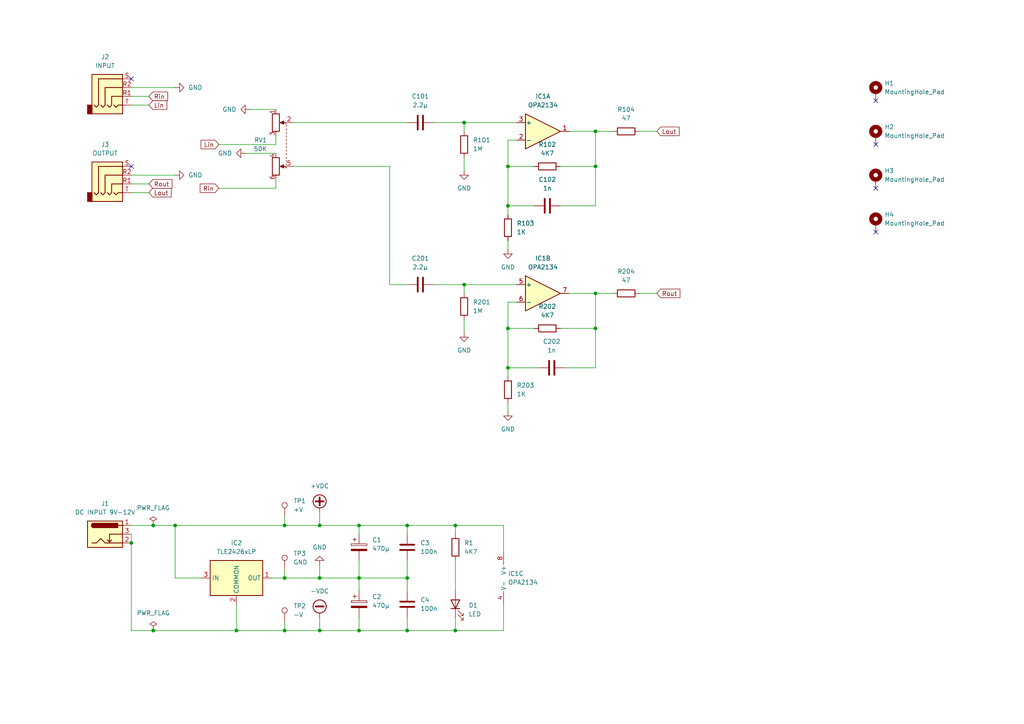
<source format=kicad_sch>
(kicad_sch
	(version 20250114)
	(generator "eeschema")
	(generator_version "9.0")
	(uuid "19f62d75-ae3d-480b-a64c-9feeedd74029")
	(paper "A4")
	(title_block
		(title "YAHA (Yet Another Headphone Amplifier) by SPollazzon")
		(date "2025-02-20")
	)
	(lib_symbols
		(symbol "Amplifier_Operational:OPA2134"
			(pin_names
				(offset 0.127)
			)
			(exclude_from_sim no)
			(in_bom yes)
			(on_board yes)
			(property "Reference" "U"
				(at 0 5.08 0)
				(effects
					(font
						(size 1.27 1.27)
					)
					(justify left)
				)
			)
			(property "Value" "OPA2134"
				(at 0 -5.08 0)
				(effects
					(font
						(size 1.27 1.27)
					)
					(justify left)
				)
			)
			(property "Footprint" ""
				(at 0 0 0)
				(effects
					(font
						(size 1.27 1.27)
					)
					(hide yes)
				)
			)
			(property "Datasheet" "http://www.ti.com/lit/ds/symlink/opa134.pdf"
				(at 0 0 0)
				(effects
					(font
						(size 1.27 1.27)
					)
					(hide yes)
				)
			)
			(property "Description" "Dual SoundPlus High Performance Audio Operational Amplifiers, DIP-8/SOIC-8"
				(at 0 0 0)
				(effects
					(font
						(size 1.27 1.27)
					)
					(hide yes)
				)
			)
			(property "ki_locked" ""
				(at 0 0 0)
				(effects
					(font
						(size 1.27 1.27)
					)
				)
			)
			(property "ki_keywords" "dual opamp"
				(at 0 0 0)
				(effects
					(font
						(size 1.27 1.27)
					)
					(hide yes)
				)
			)
			(property "ki_fp_filters" "SOIC*3.9x4.9mm*P1.27mm* DIP*W7.62mm* TO*99* OnSemi*Micro8* TSSOP*3x3mm*P0.65mm* TSSOP*4.4x3mm*P0.65mm* MSOP*3x3mm*P0.65mm* SSOP*3.9x4.9mm*P0.635mm* LFCSP*2x2mm*P0.5mm* *SIP* SOIC*5.3x6.2mm*P1.27mm*"
				(at 0 0 0)
				(effects
					(font
						(size 1.27 1.27)
					)
					(hide yes)
				)
			)
			(symbol "OPA2134_1_1"
				(polyline
					(pts
						(xy -5.08 5.08) (xy 5.08 0) (xy -5.08 -5.08) (xy -5.08 5.08)
					)
					(stroke
						(width 0.254)
						(type default)
					)
					(fill
						(type background)
					)
				)
				(pin input line
					(at -7.62 2.54 0)
					(length 2.54)
					(name "+"
						(effects
							(font
								(size 1.27 1.27)
							)
						)
					)
					(number "3"
						(effects
							(font
								(size 1.27 1.27)
							)
						)
					)
				)
				(pin input line
					(at -7.62 -2.54 0)
					(length 2.54)
					(name "-"
						(effects
							(font
								(size 1.27 1.27)
							)
						)
					)
					(number "2"
						(effects
							(font
								(size 1.27 1.27)
							)
						)
					)
				)
				(pin output line
					(at 7.62 0 180)
					(length 2.54)
					(name "~"
						(effects
							(font
								(size 1.27 1.27)
							)
						)
					)
					(number "1"
						(effects
							(font
								(size 1.27 1.27)
							)
						)
					)
				)
			)
			(symbol "OPA2134_2_1"
				(polyline
					(pts
						(xy -5.08 5.08) (xy 5.08 0) (xy -5.08 -5.08) (xy -5.08 5.08)
					)
					(stroke
						(width 0.254)
						(type default)
					)
					(fill
						(type background)
					)
				)
				(pin input line
					(at -7.62 2.54 0)
					(length 2.54)
					(name "+"
						(effects
							(font
								(size 1.27 1.27)
							)
						)
					)
					(number "5"
						(effects
							(font
								(size 1.27 1.27)
							)
						)
					)
				)
				(pin input line
					(at -7.62 -2.54 0)
					(length 2.54)
					(name "-"
						(effects
							(font
								(size 1.27 1.27)
							)
						)
					)
					(number "6"
						(effects
							(font
								(size 1.27 1.27)
							)
						)
					)
				)
				(pin output line
					(at 7.62 0 180)
					(length 2.54)
					(name "~"
						(effects
							(font
								(size 1.27 1.27)
							)
						)
					)
					(number "7"
						(effects
							(font
								(size 1.27 1.27)
							)
						)
					)
				)
			)
			(symbol "OPA2134_3_1"
				(pin power_in line
					(at -2.54 7.62 270)
					(length 3.81)
					(name "V+"
						(effects
							(font
								(size 1.27 1.27)
							)
						)
					)
					(number "8"
						(effects
							(font
								(size 1.27 1.27)
							)
						)
					)
				)
				(pin power_in line
					(at -2.54 -7.62 90)
					(length 3.81)
					(name "V-"
						(effects
							(font
								(size 1.27 1.27)
							)
						)
					)
					(number "4"
						(effects
							(font
								(size 1.27 1.27)
							)
						)
					)
				)
			)
			(embedded_fonts no)
		)
		(symbol "Connector:Barrel_Jack_Switch"
			(pin_names
				(hide yes)
			)
			(exclude_from_sim no)
			(in_bom yes)
			(on_board yes)
			(property "Reference" "J"
				(at 0 5.334 0)
				(effects
					(font
						(size 1.27 1.27)
					)
				)
			)
			(property "Value" "Barrel_Jack_Switch"
				(at 0 -5.08 0)
				(effects
					(font
						(size 1.27 1.27)
					)
				)
			)
			(property "Footprint" ""
				(at 1.27 -1.016 0)
				(effects
					(font
						(size 1.27 1.27)
					)
					(hide yes)
				)
			)
			(property "Datasheet" "~"
				(at 1.27 -1.016 0)
				(effects
					(font
						(size 1.27 1.27)
					)
					(hide yes)
				)
			)
			(property "Description" "DC Barrel Jack with an internal switch"
				(at 0 0 0)
				(effects
					(font
						(size 1.27 1.27)
					)
					(hide yes)
				)
			)
			(property "ki_keywords" "DC power barrel jack connector"
				(at 0 0 0)
				(effects
					(font
						(size 1.27 1.27)
					)
					(hide yes)
				)
			)
			(property "ki_fp_filters" "BarrelJack*"
				(at 0 0 0)
				(effects
					(font
						(size 1.27 1.27)
					)
					(hide yes)
				)
			)
			(symbol "Barrel_Jack_Switch_0_1"
				(rectangle
					(start -5.08 3.81)
					(end 5.08 -3.81)
					(stroke
						(width 0.254)
						(type default)
					)
					(fill
						(type background)
					)
				)
				(polyline
					(pts
						(xy -3.81 -2.54) (xy -2.54 -2.54) (xy -1.27 -1.27) (xy 0 -2.54) (xy 2.54 -2.54) (xy 5.08 -2.54)
					)
					(stroke
						(width 0.254)
						(type default)
					)
					(fill
						(type none)
					)
				)
				(arc
					(start -3.302 1.905)
					(mid -3.9343 2.54)
					(end -3.302 3.175)
					(stroke
						(width 0.254)
						(type default)
					)
					(fill
						(type none)
					)
				)
				(arc
					(start -3.302 1.905)
					(mid -3.9343 2.54)
					(end -3.302 3.175)
					(stroke
						(width 0.254)
						(type default)
					)
					(fill
						(type outline)
					)
				)
				(polyline
					(pts
						(xy 1.27 -2.286) (xy 1.905 -1.651)
					)
					(stroke
						(width 0.254)
						(type default)
					)
					(fill
						(type none)
					)
				)
				(rectangle
					(start 3.683 3.175)
					(end -3.302 1.905)
					(stroke
						(width 0.254)
						(type default)
					)
					(fill
						(type outline)
					)
				)
				(polyline
					(pts
						(xy 5.08 2.54) (xy 3.81 2.54)
					)
					(stroke
						(width 0.254)
						(type default)
					)
					(fill
						(type none)
					)
				)
				(polyline
					(pts
						(xy 5.08 0) (xy 1.27 0) (xy 1.27 -2.286) (xy 0.635 -1.651)
					)
					(stroke
						(width 0.254)
						(type default)
					)
					(fill
						(type none)
					)
				)
			)
			(symbol "Barrel_Jack_Switch_1_1"
				(pin passive line
					(at 7.62 2.54 180)
					(length 2.54)
					(name "~"
						(effects
							(font
								(size 1.27 1.27)
							)
						)
					)
					(number "1"
						(effects
							(font
								(size 1.27 1.27)
							)
						)
					)
				)
				(pin passive line
					(at 7.62 0 180)
					(length 2.54)
					(name "~"
						(effects
							(font
								(size 1.27 1.27)
							)
						)
					)
					(number "3"
						(effects
							(font
								(size 1.27 1.27)
							)
						)
					)
				)
				(pin passive line
					(at 7.62 -2.54 180)
					(length 2.54)
					(name "~"
						(effects
							(font
								(size 1.27 1.27)
							)
						)
					)
					(number "2"
						(effects
							(font
								(size 1.27 1.27)
							)
						)
					)
				)
			)
			(embedded_fonts no)
		)
		(symbol "Connector:TestPoint"
			(pin_numbers
				(hide yes)
			)
			(pin_names
				(offset 0.762)
				(hide yes)
			)
			(exclude_from_sim no)
			(in_bom yes)
			(on_board yes)
			(property "Reference" "TP"
				(at 0 6.858 0)
				(effects
					(font
						(size 1.27 1.27)
					)
				)
			)
			(property "Value" "TestPoint"
				(at 0 5.08 0)
				(effects
					(font
						(size 1.27 1.27)
					)
				)
			)
			(property "Footprint" ""
				(at 5.08 0 0)
				(effects
					(font
						(size 1.27 1.27)
					)
					(hide yes)
				)
			)
			(property "Datasheet" "~"
				(at 5.08 0 0)
				(effects
					(font
						(size 1.27 1.27)
					)
					(hide yes)
				)
			)
			(property "Description" "test point"
				(at 0 0 0)
				(effects
					(font
						(size 1.27 1.27)
					)
					(hide yes)
				)
			)
			(property "ki_keywords" "test point tp"
				(at 0 0 0)
				(effects
					(font
						(size 1.27 1.27)
					)
					(hide yes)
				)
			)
			(property "ki_fp_filters" "Pin* Test*"
				(at 0 0 0)
				(effects
					(font
						(size 1.27 1.27)
					)
					(hide yes)
				)
			)
			(symbol "TestPoint_0_1"
				(circle
					(center 0 3.302)
					(radius 0.762)
					(stroke
						(width 0)
						(type default)
					)
					(fill
						(type none)
					)
				)
			)
			(symbol "TestPoint_1_1"
				(pin passive line
					(at 0 0 90)
					(length 2.54)
					(name "1"
						(effects
							(font
								(size 1.27 1.27)
							)
						)
					)
					(number "1"
						(effects
							(font
								(size 1.27 1.27)
							)
						)
					)
				)
			)
			(embedded_fonts no)
		)
		(symbol "Connector_Audio:AudioJack4"
			(exclude_from_sim no)
			(in_bom yes)
			(on_board yes)
			(property "Reference" "J"
				(at 0 8.89 0)
				(effects
					(font
						(size 1.27 1.27)
					)
				)
			)
			(property "Value" "AudioJack4"
				(at 0 6.35 0)
				(effects
					(font
						(size 1.27 1.27)
					)
				)
			)
			(property "Footprint" ""
				(at 0 0 0)
				(effects
					(font
						(size 1.27 1.27)
					)
					(hide yes)
				)
			)
			(property "Datasheet" "~"
				(at 0 0 0)
				(effects
					(font
						(size 1.27 1.27)
					)
					(hide yes)
				)
			)
			(property "Description" "Audio Jack, 4 Poles (TRRS)"
				(at 0 0 0)
				(effects
					(font
						(size 1.27 1.27)
					)
					(hide yes)
				)
			)
			(property "ki_keywords" "audio jack receptacle stereo headphones TRRS connector"
				(at 0 0 0)
				(effects
					(font
						(size 1.27 1.27)
					)
					(hide yes)
				)
			)
			(property "ki_fp_filters" "Jack*"
				(at 0 0 0)
				(effects
					(font
						(size 1.27 1.27)
					)
					(hide yes)
				)
			)
			(symbol "AudioJack4_0_1"
				(rectangle
					(start -6.35 -5.08)
					(end -7.62 -7.62)
					(stroke
						(width 0.254)
						(type default)
					)
					(fill
						(type outline)
					)
				)
				(polyline
					(pts
						(xy -5.715 -5.08) (xy -5.08 -5.715) (xy -4.445 -5.08) (xy -4.445 2.54) (xy 2.54 2.54)
					)
					(stroke
						(width 0.254)
						(type default)
					)
					(fill
						(type none)
					)
				)
				(polyline
					(pts
						(xy -1.905 -5.08) (xy -1.27 -5.715) (xy -0.635 -5.08) (xy -0.635 -2.54) (xy 2.54 -2.54)
					)
					(stroke
						(width 0.254)
						(type default)
					)
					(fill
						(type none)
					)
				)
				(polyline
					(pts
						(xy 0 -5.08) (xy 0.635 -5.715) (xy 1.27 -5.08) (xy 2.54 -5.08)
					)
					(stroke
						(width 0.254)
						(type default)
					)
					(fill
						(type none)
					)
				)
				(rectangle
					(start 2.54 3.81)
					(end -6.35 -7.62)
					(stroke
						(width 0.254)
						(type default)
					)
					(fill
						(type background)
					)
				)
				(polyline
					(pts
						(xy 2.54 0) (xy -2.54 0) (xy -2.54 -5.08) (xy -3.175 -5.715) (xy -3.81 -5.08)
					)
					(stroke
						(width 0.254)
						(type default)
					)
					(fill
						(type none)
					)
				)
			)
			(symbol "AudioJack4_1_1"
				(pin passive line
					(at 5.08 2.54 180)
					(length 2.54)
					(name "~"
						(effects
							(font
								(size 1.27 1.27)
							)
						)
					)
					(number "S"
						(effects
							(font
								(size 1.27 1.27)
							)
						)
					)
				)
				(pin passive line
					(at 5.08 0 180)
					(length 2.54)
					(name "~"
						(effects
							(font
								(size 1.27 1.27)
							)
						)
					)
					(number "R2"
						(effects
							(font
								(size 1.27 1.27)
							)
						)
					)
				)
				(pin passive line
					(at 5.08 -2.54 180)
					(length 2.54)
					(name "~"
						(effects
							(font
								(size 1.27 1.27)
							)
						)
					)
					(number "R1"
						(effects
							(font
								(size 1.27 1.27)
							)
						)
					)
				)
				(pin passive line
					(at 5.08 -5.08 180)
					(length 2.54)
					(name "~"
						(effects
							(font
								(size 1.27 1.27)
							)
						)
					)
					(number "T"
						(effects
							(font
								(size 1.27 1.27)
							)
						)
					)
				)
			)
			(embedded_fonts no)
		)
		(symbol "Device:C"
			(pin_numbers
				(hide yes)
			)
			(pin_names
				(offset 0.254)
			)
			(exclude_from_sim no)
			(in_bom yes)
			(on_board yes)
			(property "Reference" "C"
				(at 0.635 2.54 0)
				(effects
					(font
						(size 1.27 1.27)
					)
					(justify left)
				)
			)
			(property "Value" "C"
				(at 0.635 -2.54 0)
				(effects
					(font
						(size 1.27 1.27)
					)
					(justify left)
				)
			)
			(property "Footprint" ""
				(at 0.9652 -3.81 0)
				(effects
					(font
						(size 1.27 1.27)
					)
					(hide yes)
				)
			)
			(property "Datasheet" "~"
				(at 0 0 0)
				(effects
					(font
						(size 1.27 1.27)
					)
					(hide yes)
				)
			)
			(property "Description" "Unpolarized capacitor"
				(at 0 0 0)
				(effects
					(font
						(size 1.27 1.27)
					)
					(hide yes)
				)
			)
			(property "ki_keywords" "cap capacitor"
				(at 0 0 0)
				(effects
					(font
						(size 1.27 1.27)
					)
					(hide yes)
				)
			)
			(property "ki_fp_filters" "C_*"
				(at 0 0 0)
				(effects
					(font
						(size 1.27 1.27)
					)
					(hide yes)
				)
			)
			(symbol "C_0_1"
				(polyline
					(pts
						(xy -2.032 0.762) (xy 2.032 0.762)
					)
					(stroke
						(width 0.508)
						(type default)
					)
					(fill
						(type none)
					)
				)
				(polyline
					(pts
						(xy -2.032 -0.762) (xy 2.032 -0.762)
					)
					(stroke
						(width 0.508)
						(type default)
					)
					(fill
						(type none)
					)
				)
			)
			(symbol "C_1_1"
				(pin passive line
					(at 0 3.81 270)
					(length 2.794)
					(name "~"
						(effects
							(font
								(size 1.27 1.27)
							)
						)
					)
					(number "1"
						(effects
							(font
								(size 1.27 1.27)
							)
						)
					)
				)
				(pin passive line
					(at 0 -3.81 90)
					(length 2.794)
					(name "~"
						(effects
							(font
								(size 1.27 1.27)
							)
						)
					)
					(number "2"
						(effects
							(font
								(size 1.27 1.27)
							)
						)
					)
				)
			)
			(embedded_fonts no)
		)
		(symbol "Device:C_Polarized"
			(pin_numbers
				(hide yes)
			)
			(pin_names
				(offset 0.254)
			)
			(exclude_from_sim no)
			(in_bom yes)
			(on_board yes)
			(property "Reference" "C"
				(at 0.635 2.54 0)
				(effects
					(font
						(size 1.27 1.27)
					)
					(justify left)
				)
			)
			(property "Value" "C_Polarized"
				(at 0.635 -2.54 0)
				(effects
					(font
						(size 1.27 1.27)
					)
					(justify left)
				)
			)
			(property "Footprint" ""
				(at 0.9652 -3.81 0)
				(effects
					(font
						(size 1.27 1.27)
					)
					(hide yes)
				)
			)
			(property "Datasheet" "~"
				(at 0 0 0)
				(effects
					(font
						(size 1.27 1.27)
					)
					(hide yes)
				)
			)
			(property "Description" "Polarized capacitor"
				(at 0 0 0)
				(effects
					(font
						(size 1.27 1.27)
					)
					(hide yes)
				)
			)
			(property "ki_keywords" "cap capacitor"
				(at 0 0 0)
				(effects
					(font
						(size 1.27 1.27)
					)
					(hide yes)
				)
			)
			(property "ki_fp_filters" "CP_*"
				(at 0 0 0)
				(effects
					(font
						(size 1.27 1.27)
					)
					(hide yes)
				)
			)
			(symbol "C_Polarized_0_1"
				(rectangle
					(start -2.286 0.508)
					(end 2.286 1.016)
					(stroke
						(width 0)
						(type default)
					)
					(fill
						(type none)
					)
				)
				(polyline
					(pts
						(xy -1.778 2.286) (xy -0.762 2.286)
					)
					(stroke
						(width 0)
						(type default)
					)
					(fill
						(type none)
					)
				)
				(polyline
					(pts
						(xy -1.27 2.794) (xy -1.27 1.778)
					)
					(stroke
						(width 0)
						(type default)
					)
					(fill
						(type none)
					)
				)
				(rectangle
					(start 2.286 -0.508)
					(end -2.286 -1.016)
					(stroke
						(width 0)
						(type default)
					)
					(fill
						(type outline)
					)
				)
			)
			(symbol "C_Polarized_1_1"
				(pin passive line
					(at 0 3.81 270)
					(length 2.794)
					(name "~"
						(effects
							(font
								(size 1.27 1.27)
							)
						)
					)
					(number "1"
						(effects
							(font
								(size 1.27 1.27)
							)
						)
					)
				)
				(pin passive line
					(at 0 -3.81 90)
					(length 2.794)
					(name "~"
						(effects
							(font
								(size 1.27 1.27)
							)
						)
					)
					(number "2"
						(effects
							(font
								(size 1.27 1.27)
							)
						)
					)
				)
			)
			(embedded_fonts no)
		)
		(symbol "Device:LED"
			(pin_numbers
				(hide yes)
			)
			(pin_names
				(offset 1.016)
				(hide yes)
			)
			(exclude_from_sim no)
			(in_bom yes)
			(on_board yes)
			(property "Reference" "D"
				(at 0 2.54 0)
				(effects
					(font
						(size 1.27 1.27)
					)
				)
			)
			(property "Value" "LED"
				(at 0 -2.54 0)
				(effects
					(font
						(size 1.27 1.27)
					)
				)
			)
			(property "Footprint" ""
				(at 0 0 0)
				(effects
					(font
						(size 1.27 1.27)
					)
					(hide yes)
				)
			)
			(property "Datasheet" "~"
				(at 0 0 0)
				(effects
					(font
						(size 1.27 1.27)
					)
					(hide yes)
				)
			)
			(property "Description" "Light emitting diode"
				(at 0 0 0)
				(effects
					(font
						(size 1.27 1.27)
					)
					(hide yes)
				)
			)
			(property "Sim.Pins" "1=K 2=A"
				(at 0 0 0)
				(effects
					(font
						(size 1.27 1.27)
					)
					(hide yes)
				)
			)
			(property "ki_keywords" "LED diode"
				(at 0 0 0)
				(effects
					(font
						(size 1.27 1.27)
					)
					(hide yes)
				)
			)
			(property "ki_fp_filters" "LED* LED_SMD:* LED_THT:*"
				(at 0 0 0)
				(effects
					(font
						(size 1.27 1.27)
					)
					(hide yes)
				)
			)
			(symbol "LED_0_1"
				(polyline
					(pts
						(xy -3.048 -0.762) (xy -4.572 -2.286) (xy -3.81 -2.286) (xy -4.572 -2.286) (xy -4.572 -1.524)
					)
					(stroke
						(width 0)
						(type default)
					)
					(fill
						(type none)
					)
				)
				(polyline
					(pts
						(xy -1.778 -0.762) (xy -3.302 -2.286) (xy -2.54 -2.286) (xy -3.302 -2.286) (xy -3.302 -1.524)
					)
					(stroke
						(width 0)
						(type default)
					)
					(fill
						(type none)
					)
				)
				(polyline
					(pts
						(xy -1.27 0) (xy 1.27 0)
					)
					(stroke
						(width 0)
						(type default)
					)
					(fill
						(type none)
					)
				)
				(polyline
					(pts
						(xy -1.27 -1.27) (xy -1.27 1.27)
					)
					(stroke
						(width 0.254)
						(type default)
					)
					(fill
						(type none)
					)
				)
				(polyline
					(pts
						(xy 1.27 -1.27) (xy 1.27 1.27) (xy -1.27 0) (xy 1.27 -1.27)
					)
					(stroke
						(width 0.254)
						(type default)
					)
					(fill
						(type none)
					)
				)
			)
			(symbol "LED_1_1"
				(pin passive line
					(at -3.81 0 0)
					(length 2.54)
					(name "K"
						(effects
							(font
								(size 1.27 1.27)
							)
						)
					)
					(number "1"
						(effects
							(font
								(size 1.27 1.27)
							)
						)
					)
				)
				(pin passive line
					(at 3.81 0 180)
					(length 2.54)
					(name "A"
						(effects
							(font
								(size 1.27 1.27)
							)
						)
					)
					(number "2"
						(effects
							(font
								(size 1.27 1.27)
							)
						)
					)
				)
			)
			(embedded_fonts no)
		)
		(symbol "Device:R"
			(pin_numbers
				(hide yes)
			)
			(pin_names
				(offset 0)
			)
			(exclude_from_sim no)
			(in_bom yes)
			(on_board yes)
			(property "Reference" "R"
				(at 2.032 0 90)
				(effects
					(font
						(size 1.27 1.27)
					)
				)
			)
			(property "Value" "R"
				(at 0 0 90)
				(effects
					(font
						(size 1.27 1.27)
					)
				)
			)
			(property "Footprint" ""
				(at -1.778 0 90)
				(effects
					(font
						(size 1.27 1.27)
					)
					(hide yes)
				)
			)
			(property "Datasheet" "~"
				(at 0 0 0)
				(effects
					(font
						(size 1.27 1.27)
					)
					(hide yes)
				)
			)
			(property "Description" "Resistor"
				(at 0 0 0)
				(effects
					(font
						(size 1.27 1.27)
					)
					(hide yes)
				)
			)
			(property "ki_keywords" "R res resistor"
				(at 0 0 0)
				(effects
					(font
						(size 1.27 1.27)
					)
					(hide yes)
				)
			)
			(property "ki_fp_filters" "R_*"
				(at 0 0 0)
				(effects
					(font
						(size 1.27 1.27)
					)
					(hide yes)
				)
			)
			(symbol "R_0_1"
				(rectangle
					(start -1.016 2.54)
					(end 1.016 -2.54)
					(stroke
						(width 0.254)
						(type default)
					)
					(fill
						(type none)
					)
				)
			)
			(symbol "R_1_1"
				(pin passive line
					(at 0 3.81 270)
					(length 1.27)
					(name "~"
						(effects
							(font
								(size 1.27 1.27)
							)
						)
					)
					(number "1"
						(effects
							(font
								(size 1.27 1.27)
							)
						)
					)
				)
				(pin passive line
					(at 0 -3.81 90)
					(length 1.27)
					(name "~"
						(effects
							(font
								(size 1.27 1.27)
							)
						)
					)
					(number "2"
						(effects
							(font
								(size 1.27 1.27)
							)
						)
					)
				)
			)
			(embedded_fonts no)
		)
		(symbol "Device:R_Potentiometer_Dual"
			(pin_names
				(offset 1.016)
				(hide yes)
			)
			(exclude_from_sim no)
			(in_bom yes)
			(on_board yes)
			(property "Reference" "RV"
				(at 0 3.81 0)
				(effects
					(font
						(size 1.27 1.27)
					)
				)
			)
			(property "Value" "R_Potentiometer_Dual"
				(at 0 1.905 0)
				(effects
					(font
						(size 1.27 1.27)
					)
				)
			)
			(property "Footprint" ""
				(at 6.35 -1.905 0)
				(effects
					(font
						(size 1.27 1.27)
					)
					(hide yes)
				)
			)
			(property "Datasheet" "~"
				(at 6.35 -1.905 0)
				(effects
					(font
						(size 1.27 1.27)
					)
					(hide yes)
				)
			)
			(property "Description" "Dual potentiometer"
				(at 0 0 0)
				(effects
					(font
						(size 1.27 1.27)
					)
					(hide yes)
				)
			)
			(property "ki_keywords" "resistor variable"
				(at 0 0 0)
				(effects
					(font
						(size 1.27 1.27)
					)
					(hide yes)
				)
			)
			(property "ki_fp_filters" "Potentiometer*"
				(at 0 0 0)
				(effects
					(font
						(size 1.27 1.27)
					)
					(hide yes)
				)
			)
			(symbol "R_Potentiometer_Dual_0_1"
				(rectangle
					(start -8.89 -1.524)
					(end -3.81 -3.556)
					(stroke
						(width 0.254)
						(type default)
					)
					(fill
						(type none)
					)
				)
				(polyline
					(pts
						(xy -6.35 0) (xy -6.35 -1.016)
					)
					(stroke
						(width 0)
						(type default)
					)
					(fill
						(type none)
					)
				)
				(polyline
					(pts
						(xy -6.35 0) (xy -6.35 -1.016)
					)
					(stroke
						(width 0)
						(type default)
					)
					(fill
						(type none)
					)
				)
				(polyline
					(pts
						(xy -6.35 0) (xy -5.842 0.508)
					)
					(stroke
						(width 0)
						(type default)
					)
					(fill
						(type none)
					)
				)
				(polyline
					(pts
						(xy -6.35 -1.397) (xy -6.858 -0.254) (xy -5.842 -0.254) (xy -6.35 -1.397)
					)
					(stroke
						(width 0)
						(type default)
					)
					(fill
						(type outline)
					)
				)
				(polyline
					(pts
						(xy -5.588 0.508) (xy -5.08 0.508)
					)
					(stroke
						(width 0)
						(type default)
					)
					(fill
						(type none)
					)
				)
				(polyline
					(pts
						(xy -4.572 0.508) (xy -4.064 0.508)
					)
					(stroke
						(width 0)
						(type default)
					)
					(fill
						(type none)
					)
				)
				(polyline
					(pts
						(xy -3.556 0.508) (xy -3.048 0.508)
					)
					(stroke
						(width 0)
						(type default)
					)
					(fill
						(type none)
					)
				)
				(polyline
					(pts
						(xy -2.54 0.508) (xy -2.032 0.508)
					)
					(stroke
						(width 0)
						(type default)
					)
					(fill
						(type none)
					)
				)
				(polyline
					(pts
						(xy -1.524 0.508) (xy -1.016 0.508)
					)
					(stroke
						(width 0)
						(type default)
					)
					(fill
						(type none)
					)
				)
				(polyline
					(pts
						(xy -0.508 0.508) (xy 0 0.508)
					)
					(stroke
						(width 0)
						(type default)
					)
					(fill
						(type none)
					)
				)
				(polyline
					(pts
						(xy 0.508 0.508) (xy 1.016 0.508)
					)
					(stroke
						(width 0)
						(type default)
					)
					(fill
						(type none)
					)
				)
				(polyline
					(pts
						(xy 1.524 0.508) (xy 2.032 0.508)
					)
					(stroke
						(width 0)
						(type default)
					)
					(fill
						(type none)
					)
				)
				(polyline
					(pts
						(xy 2.54 0.508) (xy 3.048 0.508)
					)
					(stroke
						(width 0)
						(type default)
					)
					(fill
						(type none)
					)
				)
				(polyline
					(pts
						(xy 3.556 0.508) (xy 4.064 0.508)
					)
					(stroke
						(width 0)
						(type default)
					)
					(fill
						(type none)
					)
				)
				(rectangle
					(start 3.81 -1.524)
					(end 8.89 -3.556)
					(stroke
						(width 0.254)
						(type default)
					)
					(fill
						(type none)
					)
				)
				(polyline
					(pts
						(xy 4.572 0.508) (xy 5.08 0.508)
					)
					(stroke
						(width 0)
						(type default)
					)
					(fill
						(type none)
					)
				)
				(polyline
					(pts
						(xy 5.588 0.508) (xy 6.096 0.508)
					)
					(stroke
						(width 0)
						(type default)
					)
					(fill
						(type none)
					)
				)
				(polyline
					(pts
						(xy 6.35 0) (xy 6.35 -1.016)
					)
					(stroke
						(width 0)
						(type default)
					)
					(fill
						(type none)
					)
				)
				(polyline
					(pts
						(xy 6.35 0) (xy 6.35 -1.016)
					)
					(stroke
						(width 0)
						(type default)
					)
					(fill
						(type none)
					)
				)
				(polyline
					(pts
						(xy 6.35 -1.397) (xy 5.842 -0.254) (xy 6.858 -0.254) (xy 6.35 -1.397)
					)
					(stroke
						(width 0)
						(type default)
					)
					(fill
						(type outline)
					)
				)
				(polyline
					(pts
						(xy 6.604 0.508) (xy 6.858 0.508) (xy 6.35 0)
					)
					(stroke
						(width 0)
						(type default)
					)
					(fill
						(type none)
					)
				)
			)
			(symbol "R_Potentiometer_Dual_1_1"
				(pin passive line
					(at -10.16 -2.54 0)
					(length 1.27)
					(name "1"
						(effects
							(font
								(size 1.27 1.27)
							)
						)
					)
					(number "1"
						(effects
							(font
								(size 1.27 1.27)
							)
						)
					)
				)
				(pin passive line
					(at -6.35 2.54 270)
					(length 2.54)
					(name "2"
						(effects
							(font
								(size 1.27 1.27)
							)
						)
					)
					(number "2"
						(effects
							(font
								(size 1.27 1.27)
							)
						)
					)
				)
				(pin passive line
					(at -2.54 -2.54 180)
					(length 1.27)
					(name "3"
						(effects
							(font
								(size 1.27 1.27)
							)
						)
					)
					(number "3"
						(effects
							(font
								(size 1.27 1.27)
							)
						)
					)
				)
				(pin passive line
					(at 2.54 -2.54 0)
					(length 1.27)
					(name "4"
						(effects
							(font
								(size 1.27 1.27)
							)
						)
					)
					(number "4"
						(effects
							(font
								(size 1.27 1.27)
							)
						)
					)
				)
				(pin passive line
					(at 6.35 2.54 270)
					(length 2.54)
					(name "5"
						(effects
							(font
								(size 1.27 1.27)
							)
						)
					)
					(number "5"
						(effects
							(font
								(size 1.27 1.27)
							)
						)
					)
				)
				(pin passive line
					(at 10.16 -2.54 180)
					(length 1.27)
					(name "6"
						(effects
							(font
								(size 1.27 1.27)
							)
						)
					)
					(number "6"
						(effects
							(font
								(size 1.27 1.27)
							)
						)
					)
				)
			)
			(embedded_fonts no)
		)
		(symbol "Mechanical:MountingHole_Pad"
			(pin_numbers
				(hide yes)
			)
			(pin_names
				(offset 1.016)
				(hide yes)
			)
			(exclude_from_sim yes)
			(in_bom no)
			(on_board yes)
			(property "Reference" "H"
				(at 0 6.35 0)
				(effects
					(font
						(size 1.27 1.27)
					)
				)
			)
			(property "Value" "MountingHole_Pad"
				(at 0 4.445 0)
				(effects
					(font
						(size 1.27 1.27)
					)
				)
			)
			(property "Footprint" ""
				(at 0 0 0)
				(effects
					(font
						(size 1.27 1.27)
					)
					(hide yes)
				)
			)
			(property "Datasheet" "~"
				(at 0 0 0)
				(effects
					(font
						(size 1.27 1.27)
					)
					(hide yes)
				)
			)
			(property "Description" "Mounting Hole with connection"
				(at 0 0 0)
				(effects
					(font
						(size 1.27 1.27)
					)
					(hide yes)
				)
			)
			(property "ki_keywords" "mounting hole"
				(at 0 0 0)
				(effects
					(font
						(size 1.27 1.27)
					)
					(hide yes)
				)
			)
			(property "ki_fp_filters" "MountingHole*Pad*"
				(at 0 0 0)
				(effects
					(font
						(size 1.27 1.27)
					)
					(hide yes)
				)
			)
			(symbol "MountingHole_Pad_0_1"
				(circle
					(center 0 1.27)
					(radius 1.27)
					(stroke
						(width 1.27)
						(type default)
					)
					(fill
						(type none)
					)
				)
			)
			(symbol "MountingHole_Pad_1_1"
				(pin input line
					(at 0 -2.54 90)
					(length 2.54)
					(name "1"
						(effects
							(font
								(size 1.27 1.27)
							)
						)
					)
					(number "1"
						(effects
							(font
								(size 1.27 1.27)
							)
						)
					)
				)
			)
			(embedded_fonts no)
		)
		(symbol "Reference_Voltage:TLE2426xLP"
			(exclude_from_sim no)
			(in_bom yes)
			(on_board yes)
			(property "Reference" "U"
				(at -7.874 6.35 0)
				(effects
					(font
						(size 1.27 1.27)
					)
					(justify left)
				)
			)
			(property "Value" "TLE2426xLP"
				(at 11.43 6.35 0)
				(effects
					(font
						(size 1.27 1.27)
					)
					(justify right)
				)
			)
			(property "Footprint" ""
				(at 0 -10.16 0)
				(effects
					(font
						(size 1.27 1.27)
						(italic yes)
					)
					(hide yes)
				)
			)
			(property "Datasheet" "http://www.ti.com/lit/ds/symlink/tle2426.pdf"
				(at -35.56 21.59 0)
				(effects
					(font
						(size 1.27 1.27)
						(italic yes)
					)
					(hide yes)
				)
			)
			(property "Description" "Precision virtual ground, 4V to 40V input, TO-92"
				(at 0 0 0)
				(effects
					(font
						(size 1.27 1.27)
					)
					(hide yes)
				)
			)
			(property "ki_keywords" "Rail splitter precision virtual ground"
				(at 0 0 0)
				(effects
					(font
						(size 1.27 1.27)
					)
					(hide yes)
				)
			)
			(property "ki_fp_filters" "TO?92*"
				(at 0 0 0)
				(effects
					(font
						(size 1.27 1.27)
					)
					(hide yes)
				)
			)
			(symbol "TLE2426xLP_0_1"
				(rectangle
					(start -7.62 5.08)
					(end 7.62 -5.08)
					(stroke
						(width 0.254)
						(type default)
					)
					(fill
						(type background)
					)
				)
			)
			(symbol "TLE2426xLP_1_1"
				(pin power_in line
					(at -10.16 0 0)
					(length 2.54)
					(name "IN"
						(effects
							(font
								(size 1.27 1.27)
							)
						)
					)
					(number "3"
						(effects
							(font
								(size 1.27 1.27)
							)
						)
					)
				)
				(pin power_in line
					(at 0 -7.62 90)
					(length 2.54)
					(name "COMMON"
						(effects
							(font
								(size 1.27 1.27)
							)
						)
					)
					(number "2"
						(effects
							(font
								(size 1.27 1.27)
							)
						)
					)
				)
				(pin power_out line
					(at 10.16 0 180)
					(length 2.54)
					(name "OUT"
						(effects
							(font
								(size 1.27 1.27)
							)
						)
					)
					(number "1"
						(effects
							(font
								(size 1.27 1.27)
							)
						)
					)
				)
			)
			(embedded_fonts no)
		)
		(symbol "power:+VDC"
			(power)
			(pin_numbers
				(hide yes)
			)
			(pin_names
				(offset 0)
				(hide yes)
			)
			(exclude_from_sim no)
			(in_bom yes)
			(on_board yes)
			(property "Reference" "#PWR"
				(at 0 -2.54 0)
				(effects
					(font
						(size 1.27 1.27)
					)
					(hide yes)
				)
			)
			(property "Value" "+VDC"
				(at 0 6.35 0)
				(effects
					(font
						(size 1.27 1.27)
					)
				)
			)
			(property "Footprint" ""
				(at 0 0 0)
				(effects
					(font
						(size 1.27 1.27)
					)
					(hide yes)
				)
			)
			(property "Datasheet" ""
				(at 0 0 0)
				(effects
					(font
						(size 1.27 1.27)
					)
					(hide yes)
				)
			)
			(property "Description" "Power symbol creates a global label with name \"+VDC\""
				(at 0 0 0)
				(effects
					(font
						(size 1.27 1.27)
					)
					(hide yes)
				)
			)
			(property "ki_keywords" "global power"
				(at 0 0 0)
				(effects
					(font
						(size 1.27 1.27)
					)
					(hide yes)
				)
			)
			(symbol "+VDC_0_1"
				(polyline
					(pts
						(xy -1.143 3.175) (xy 1.143 3.175)
					)
					(stroke
						(width 0.508)
						(type default)
					)
					(fill
						(type none)
					)
				)
				(circle
					(center 0 3.175)
					(radius 1.905)
					(stroke
						(width 0.254)
						(type default)
					)
					(fill
						(type none)
					)
				)
				(polyline
					(pts
						(xy 0 2.032) (xy 0 4.318)
					)
					(stroke
						(width 0.508)
						(type default)
					)
					(fill
						(type none)
					)
				)
				(polyline
					(pts
						(xy 0 0) (xy 0 1.27)
					)
					(stroke
						(width 0)
						(type default)
					)
					(fill
						(type none)
					)
				)
			)
			(symbol "+VDC_1_1"
				(pin power_in line
					(at 0 0 90)
					(length 0)
					(name "~"
						(effects
							(font
								(size 1.27 1.27)
							)
						)
					)
					(number "1"
						(effects
							(font
								(size 1.27 1.27)
							)
						)
					)
				)
			)
			(embedded_fonts no)
		)
		(symbol "power:-VDC"
			(power)
			(pin_numbers
				(hide yes)
			)
			(pin_names
				(offset 0)
				(hide yes)
			)
			(exclude_from_sim no)
			(in_bom yes)
			(on_board yes)
			(property "Reference" "#PWR"
				(at 0 -2.54 0)
				(effects
					(font
						(size 1.27 1.27)
					)
					(hide yes)
				)
			)
			(property "Value" "-VDC"
				(at 0 6.35 0)
				(effects
					(font
						(size 1.27 1.27)
					)
				)
			)
			(property "Footprint" ""
				(at 0 0 0)
				(effects
					(font
						(size 1.27 1.27)
					)
					(hide yes)
				)
			)
			(property "Datasheet" ""
				(at 0 0 0)
				(effects
					(font
						(size 1.27 1.27)
					)
					(hide yes)
				)
			)
			(property "Description" "Power symbol creates a global label with name \"-VDC\""
				(at 0 0 0)
				(effects
					(font
						(size 1.27 1.27)
					)
					(hide yes)
				)
			)
			(property "ki_keywords" "global power"
				(at 0 0 0)
				(effects
					(font
						(size 1.27 1.27)
					)
					(hide yes)
				)
			)
			(symbol "-VDC_0_1"
				(polyline
					(pts
						(xy -1.143 3.175) (xy 1.143 3.175)
					)
					(stroke
						(width 0.508)
						(type default)
					)
					(fill
						(type none)
					)
				)
				(circle
					(center 0 3.175)
					(radius 1.905)
					(stroke
						(width 0.254)
						(type default)
					)
					(fill
						(type none)
					)
				)
				(polyline
					(pts
						(xy 0 0) (xy 0 1.27)
					)
					(stroke
						(width 0)
						(type default)
					)
					(fill
						(type none)
					)
				)
			)
			(symbol "-VDC_1_1"
				(pin power_in line
					(at 0 0 90)
					(length 0)
					(name "~"
						(effects
							(font
								(size 1.27 1.27)
							)
						)
					)
					(number "1"
						(effects
							(font
								(size 1.27 1.27)
							)
						)
					)
				)
			)
			(embedded_fonts no)
		)
		(symbol "power:GND"
			(power)
			(pin_numbers
				(hide yes)
			)
			(pin_names
				(offset 0)
				(hide yes)
			)
			(exclude_from_sim no)
			(in_bom yes)
			(on_board yes)
			(property "Reference" "#PWR"
				(at 0 -6.35 0)
				(effects
					(font
						(size 1.27 1.27)
					)
					(hide yes)
				)
			)
			(property "Value" "GND"
				(at 0 -3.81 0)
				(effects
					(font
						(size 1.27 1.27)
					)
				)
			)
			(property "Footprint" ""
				(at 0 0 0)
				(effects
					(font
						(size 1.27 1.27)
					)
					(hide yes)
				)
			)
			(property "Datasheet" ""
				(at 0 0 0)
				(effects
					(font
						(size 1.27 1.27)
					)
					(hide yes)
				)
			)
			(property "Description" "Power symbol creates a global label with name \"GND\" , ground"
				(at 0 0 0)
				(effects
					(font
						(size 1.27 1.27)
					)
					(hide yes)
				)
			)
			(property "ki_keywords" "global power"
				(at 0 0 0)
				(effects
					(font
						(size 1.27 1.27)
					)
					(hide yes)
				)
			)
			(symbol "GND_0_1"
				(polyline
					(pts
						(xy 0 0) (xy 0 -1.27) (xy 1.27 -1.27) (xy 0 -2.54) (xy -1.27 -1.27) (xy 0 -1.27)
					)
					(stroke
						(width 0)
						(type default)
					)
					(fill
						(type none)
					)
				)
			)
			(symbol "GND_1_1"
				(pin power_in line
					(at 0 0 270)
					(length 0)
					(name "~"
						(effects
							(font
								(size 1.27 1.27)
							)
						)
					)
					(number "1"
						(effects
							(font
								(size 1.27 1.27)
							)
						)
					)
				)
			)
			(embedded_fonts no)
		)
		(symbol "power:PWR_FLAG"
			(power)
			(pin_numbers
				(hide yes)
			)
			(pin_names
				(offset 0)
				(hide yes)
			)
			(exclude_from_sim no)
			(in_bom yes)
			(on_board yes)
			(property "Reference" "#FLG"
				(at 0 1.905 0)
				(effects
					(font
						(size 1.27 1.27)
					)
					(hide yes)
				)
			)
			(property "Value" "PWR_FLAG"
				(at 0 3.81 0)
				(effects
					(font
						(size 1.27 1.27)
					)
				)
			)
			(property "Footprint" ""
				(at 0 0 0)
				(effects
					(font
						(size 1.27 1.27)
					)
					(hide yes)
				)
			)
			(property "Datasheet" "~"
				(at 0 0 0)
				(effects
					(font
						(size 1.27 1.27)
					)
					(hide yes)
				)
			)
			(property "Description" "Special symbol for telling ERC where power comes from"
				(at 0 0 0)
				(effects
					(font
						(size 1.27 1.27)
					)
					(hide yes)
				)
			)
			(property "ki_keywords" "flag power"
				(at 0 0 0)
				(effects
					(font
						(size 1.27 1.27)
					)
					(hide yes)
				)
			)
			(symbol "PWR_FLAG_0_0"
				(pin power_out line
					(at 0 0 90)
					(length 0)
					(name "~"
						(effects
							(font
								(size 1.27 1.27)
							)
						)
					)
					(number "1"
						(effects
							(font
								(size 1.27 1.27)
							)
						)
					)
				)
			)
			(symbol "PWR_FLAG_0_1"
				(polyline
					(pts
						(xy 0 0) (xy 0 1.27) (xy -1.016 1.905) (xy 0 2.54) (xy 1.016 1.905) (xy 0 1.27)
					)
					(stroke
						(width 0)
						(type default)
					)
					(fill
						(type none)
					)
				)
			)
			(embedded_fonts no)
		)
	)
	(junction
		(at 82.55 167.64)
		(diameter 0)
		(color 0 0 0 0)
		(uuid "04882b4e-6ca6-4347-b78d-632fa46981bf")
	)
	(junction
		(at 172.72 38.1)
		(diameter 0)
		(color 0 0 0 0)
		(uuid "0fd7e799-0a63-437b-9cc0-57f5fdc165c3")
	)
	(junction
		(at 92.71 182.88)
		(diameter 0)
		(color 0 0 0 0)
		(uuid "0fe1f8c6-ae75-48c2-b36d-53cb74b0dbf5")
	)
	(junction
		(at 118.11 152.4)
		(diameter 0)
		(color 0 0 0 0)
		(uuid "21a80513-ac5b-448c-9fa9-21284016c982")
	)
	(junction
		(at 104.14 182.88)
		(diameter 0)
		(color 0 0 0 0)
		(uuid "24527c36-4121-4974-b6da-f125f1e8da0f")
	)
	(junction
		(at 44.45 152.4)
		(diameter 0)
		(color 0 0 0 0)
		(uuid "2a1d7446-940e-4bb0-bd56-447630f98a51")
	)
	(junction
		(at 118.11 182.88)
		(diameter 0)
		(color 0 0 0 0)
		(uuid "2acf7ca4-2ef4-44e3-aab6-c3938e1b2b05")
	)
	(junction
		(at 92.71 152.4)
		(diameter 0)
		(color 0 0 0 0)
		(uuid "4de84f1c-4c6a-407a-bae2-0ae5e8c098f6")
	)
	(junction
		(at 118.11 167.64)
		(diameter 0)
		(color 0 0 0 0)
		(uuid "566f47d3-6698-43d9-89fb-033f423b35ff")
	)
	(junction
		(at 147.32 59.69)
		(diameter 0)
		(color 0 0 0 0)
		(uuid "5b88394d-03db-49f2-b4e7-593616abde6b")
	)
	(junction
		(at 172.72 48.26)
		(diameter 0)
		(color 0 0 0 0)
		(uuid "5d93b5e1-19be-48cc-896d-aecb49008210")
	)
	(junction
		(at 104.14 152.4)
		(diameter 0)
		(color 0 0 0 0)
		(uuid "7d0e3424-b5ac-41cc-ac5f-91204c38054b")
	)
	(junction
		(at 132.08 152.4)
		(diameter 0)
		(color 0 0 0 0)
		(uuid "80c2dea5-f023-404f-92c2-5afc6184d3a5")
	)
	(junction
		(at 172.72 85.09)
		(diameter 0)
		(color 0 0 0 0)
		(uuid "8af99eb8-9132-4360-915c-8f373bda2287")
	)
	(junction
		(at 134.62 82.55)
		(diameter 0)
		(color 0 0 0 0)
		(uuid "90e9be1c-3bc2-4479-ad30-d3e218fb3b4a")
	)
	(junction
		(at 44.45 182.88)
		(diameter 0)
		(color 0 0 0 0)
		(uuid "98f0471a-d900-41af-8d88-84f674c78217")
	)
	(junction
		(at 68.58 182.88)
		(diameter 0)
		(color 0 0 0 0)
		(uuid "9cae0c38-28ee-4e32-a32a-694085381c8a")
	)
	(junction
		(at 132.08 182.88)
		(diameter 0)
		(color 0 0 0 0)
		(uuid "a00983be-17e6-42bb-aad1-18f3cb8deb2f")
	)
	(junction
		(at 82.55 182.88)
		(diameter 0)
		(color 0 0 0 0)
		(uuid "a3f96827-5ce5-40f4-87fa-0998cfc2d7b2")
	)
	(junction
		(at 82.55 152.4)
		(diameter 0)
		(color 0 0 0 0)
		(uuid "b7fd114e-7923-47d6-86f6-b3d453a2438f")
	)
	(junction
		(at 172.72 95.25)
		(diameter 0)
		(color 0 0 0 0)
		(uuid "c6e53933-0a4c-438a-977e-8fb45cecbda0")
	)
	(junction
		(at 50.8 152.4)
		(diameter 0)
		(color 0 0 0 0)
		(uuid "c8b83417-d5ad-48e1-b635-2a809b740a8a")
	)
	(junction
		(at 92.71 167.64)
		(diameter 0)
		(color 0 0 0 0)
		(uuid "ca38ec5b-e83a-410d-a9b8-d414949fca71")
	)
	(junction
		(at 147.32 106.68)
		(diameter 0)
		(color 0 0 0 0)
		(uuid "d60255e4-7e4f-4a57-a9b5-73b8588d4577")
	)
	(junction
		(at 38.1 157.48)
		(diameter 0)
		(color 0 0 0 0)
		(uuid "ea9e28ec-56ca-4431-9c7c-26164c900a4c")
	)
	(junction
		(at 134.62 35.56)
		(diameter 0)
		(color 0 0 0 0)
		(uuid "edf1bea2-d838-418e-8920-50ee8a1a1b83")
	)
	(junction
		(at 147.32 95.25)
		(diameter 0)
		(color 0 0 0 0)
		(uuid "f31d850c-1a99-4630-a299-5977b3a36162")
	)
	(junction
		(at 147.32 48.26)
		(diameter 0)
		(color 0 0 0 0)
		(uuid "f344d3c4-fd43-4cd7-991e-2e53dfbdce73")
	)
	(junction
		(at 104.14 167.64)
		(diameter 0)
		(color 0 0 0 0)
		(uuid "f7bc2cc3-6bc7-4bf4-8f71-8a68d10e95c0")
	)
	(no_connect
		(at 38.1 48.26)
		(uuid "161409d4-46aa-40bd-ab7b-085386c134d0")
	)
	(no_connect
		(at 254 41.91)
		(uuid "3837b382-74dd-49bd-a5bd-f6d9e16b62f1")
	)
	(no_connect
		(at 38.1 22.86)
		(uuid "4f357b40-8349-4389-96b0-3c116808513b")
	)
	(no_connect
		(at 254 54.61)
		(uuid "5abaad8d-0aa7-4460-822f-b3fe77d6ac2e")
	)
	(no_connect
		(at 254 67.31)
		(uuid "b96af599-dca8-4dc5-bd6f-a7fc56813167")
	)
	(no_connect
		(at 254 29.21)
		(uuid "e733c1c3-5701-4ffb-aaf4-fc3c5cd72365")
	)
	(wire
		(pts
			(xy 104.14 152.4) (xy 118.11 152.4)
		)
		(stroke
			(width 0)
			(type default)
		)
		(uuid "031a4ca4-cc32-431a-867e-ee061598e12e")
	)
	(wire
		(pts
			(xy 172.72 38.1) (xy 177.8 38.1)
		)
		(stroke
			(width 0)
			(type default)
		)
		(uuid "04c9c8e7-6d06-4d41-9bff-5ebe6bd32bec")
	)
	(wire
		(pts
			(xy 38.1 53.34) (xy 43.18 53.34)
		)
		(stroke
			(width 0)
			(type default)
		)
		(uuid "06cdaac8-9f0a-4fff-9829-c04706cd887e")
	)
	(wire
		(pts
			(xy 163.83 106.68) (xy 172.72 106.68)
		)
		(stroke
			(width 0)
			(type default)
		)
		(uuid "095f35b4-1a79-4df5-9957-0e7dc5bd07ef")
	)
	(wire
		(pts
			(xy 147.32 48.26) (xy 154.94 48.26)
		)
		(stroke
			(width 0)
			(type default)
		)
		(uuid "09ba1c3c-1297-4803-9b99-62546a0ae59b")
	)
	(wire
		(pts
			(xy 132.08 152.4) (xy 146.05 152.4)
		)
		(stroke
			(width 0)
			(type default)
		)
		(uuid "0a8d5a8f-ea50-4035-9a03-934922ee8666")
	)
	(wire
		(pts
			(xy 82.55 182.88) (xy 92.71 182.88)
		)
		(stroke
			(width 0)
			(type default)
		)
		(uuid "0d1fe041-dbd6-4cd5-9338-871a8ff00182")
	)
	(wire
		(pts
			(xy 125.73 82.55) (xy 134.62 82.55)
		)
		(stroke
			(width 0)
			(type default)
		)
		(uuid "1225d00f-3bdc-44c5-adbd-412317b762ff")
	)
	(wire
		(pts
			(xy 162.56 59.69) (xy 172.72 59.69)
		)
		(stroke
			(width 0)
			(type default)
		)
		(uuid "175179d1-7bd8-443c-bad4-2934bfe469e5")
	)
	(wire
		(pts
			(xy 85.09 35.56) (xy 118.11 35.56)
		)
		(stroke
			(width 0)
			(type default)
		)
		(uuid "19d1a64f-d65e-4e01-8c7b-44529a7a017f")
	)
	(wire
		(pts
			(xy 185.42 38.1) (xy 190.5 38.1)
		)
		(stroke
			(width 0)
			(type default)
		)
		(uuid "219a2e7f-e176-4f4c-b012-a22bcf3e7985")
	)
	(wire
		(pts
			(xy 104.14 154.94) (xy 104.14 152.4)
		)
		(stroke
			(width 0)
			(type default)
		)
		(uuid "24fd0ae9-b0a1-420d-aae9-19f5613b5f98")
	)
	(wire
		(pts
			(xy 147.32 59.69) (xy 154.94 59.69)
		)
		(stroke
			(width 0)
			(type default)
		)
		(uuid "26e4cfda-f5f4-4abb-9a5e-c1515494b5de")
	)
	(wire
		(pts
			(xy 147.32 69.85) (xy 147.32 72.39)
		)
		(stroke
			(width 0)
			(type default)
		)
		(uuid "2aead16b-e2b9-4bbd-9796-232e48494d25")
	)
	(wire
		(pts
			(xy 38.1 50.8) (xy 50.8 50.8)
		)
		(stroke
			(width 0)
			(type default)
		)
		(uuid "2cea1e81-3cdf-41ee-b3c3-d724d9a67833")
	)
	(wire
		(pts
			(xy 165.1 85.09) (xy 172.72 85.09)
		)
		(stroke
			(width 0)
			(type default)
		)
		(uuid "313a1621-962c-42c3-b353-c18b224901cc")
	)
	(wire
		(pts
			(xy 162.56 48.26) (xy 172.72 48.26)
		)
		(stroke
			(width 0)
			(type default)
		)
		(uuid "392f45f8-68a8-4bf4-88e2-2c6028a0aa67")
	)
	(wire
		(pts
			(xy 82.55 152.4) (xy 92.71 152.4)
		)
		(stroke
			(width 0)
			(type default)
		)
		(uuid "39cb27f0-26bf-4811-8fb2-e3ce2fe1a455")
	)
	(wire
		(pts
			(xy 78.74 167.64) (xy 82.55 167.64)
		)
		(stroke
			(width 0)
			(type default)
		)
		(uuid "3d6fcdbc-d047-4bba-87f5-24ef994ecb28")
	)
	(wire
		(pts
			(xy 134.62 92.71) (xy 134.62 96.52)
		)
		(stroke
			(width 0)
			(type default)
		)
		(uuid "3e6e0df9-a1dc-4c46-969b-1050f016edb6")
	)
	(wire
		(pts
			(xy 118.11 167.64) (xy 118.11 171.45)
		)
		(stroke
			(width 0)
			(type default)
		)
		(uuid "417b0d3d-97df-4de4-b637-517f6d2ae8a9")
	)
	(wire
		(pts
			(xy 118.11 152.4) (xy 132.08 152.4)
		)
		(stroke
			(width 0)
			(type default)
		)
		(uuid "4417a8e9-65fb-4a99-87c2-7a8c5263a200")
	)
	(wire
		(pts
			(xy 38.1 30.48) (xy 43.18 30.48)
		)
		(stroke
			(width 0)
			(type default)
		)
		(uuid "4422a088-100c-4cc9-a0db-f5f06476413e")
	)
	(wire
		(pts
			(xy 118.11 162.56) (xy 118.11 167.64)
		)
		(stroke
			(width 0)
			(type default)
		)
		(uuid "45b0ca1a-f933-4560-bfc3-600d441ffc99")
	)
	(wire
		(pts
			(xy 38.1 55.88) (xy 43.18 55.88)
		)
		(stroke
			(width 0)
			(type default)
		)
		(uuid "49824e6a-99c7-4cc0-8ce8-a245cae38143")
	)
	(wire
		(pts
			(xy 134.62 45.72) (xy 134.62 49.53)
		)
		(stroke
			(width 0)
			(type default)
		)
		(uuid "4c035dfc-9e32-4561-be4f-f9b472377425")
	)
	(wire
		(pts
			(xy 118.11 154.94) (xy 118.11 152.4)
		)
		(stroke
			(width 0)
			(type default)
		)
		(uuid "507f6689-f956-459a-8c98-f4adca62c06d")
	)
	(wire
		(pts
			(xy 132.08 182.88) (xy 146.05 182.88)
		)
		(stroke
			(width 0)
			(type default)
		)
		(uuid "54cf9a2f-0b1b-4f4c-b4c3-6ed15aa67f48")
	)
	(wire
		(pts
			(xy 82.55 180.34) (xy 82.55 182.88)
		)
		(stroke
			(width 0)
			(type default)
		)
		(uuid "54eb9a2f-db8b-4b7b-b18a-a6d5a4a04b41")
	)
	(wire
		(pts
			(xy 44.45 182.88) (xy 68.58 182.88)
		)
		(stroke
			(width 0)
			(type default)
		)
		(uuid "565eddf0-da65-4035-9e10-28e0a76cbd21")
	)
	(wire
		(pts
			(xy 63.5 41.91) (xy 80.01 41.91)
		)
		(stroke
			(width 0)
			(type default)
		)
		(uuid "56868ac2-a3d7-4bd4-9bf9-6abcc12b2bce")
	)
	(wire
		(pts
			(xy 92.71 152.4) (xy 104.14 152.4)
		)
		(stroke
			(width 0)
			(type default)
		)
		(uuid "590d8269-44fa-4d5a-b89c-559813082f32")
	)
	(wire
		(pts
			(xy 149.86 87.63) (xy 147.32 87.63)
		)
		(stroke
			(width 0)
			(type default)
		)
		(uuid "5b73711d-dc6a-4b75-aab1-d5db4e4dd0bb")
	)
	(wire
		(pts
			(xy 50.8 167.64) (xy 50.8 152.4)
		)
		(stroke
			(width 0)
			(type default)
		)
		(uuid "5dee5b98-1d89-45f9-9aae-d2232078793d")
	)
	(wire
		(pts
			(xy 147.32 95.25) (xy 147.32 106.68)
		)
		(stroke
			(width 0)
			(type default)
		)
		(uuid "5e134e7e-a154-4888-8efa-df802729d4bf")
	)
	(wire
		(pts
			(xy 118.11 179.07) (xy 118.11 182.88)
		)
		(stroke
			(width 0)
			(type default)
		)
		(uuid "623e2a09-152f-46a5-8481-efbb6f9a880d")
	)
	(wire
		(pts
			(xy 147.32 106.68) (xy 156.21 106.68)
		)
		(stroke
			(width 0)
			(type default)
		)
		(uuid "624e0a0f-e8a6-4853-a97e-5d36c47d3e05")
	)
	(wire
		(pts
			(xy 132.08 179.07) (xy 132.08 182.88)
		)
		(stroke
			(width 0)
			(type default)
		)
		(uuid "646bcb2d-8b73-4d5b-80b8-03604f36e320")
	)
	(wire
		(pts
			(xy 38.1 154.94) (xy 38.1 157.48)
		)
		(stroke
			(width 0)
			(type default)
		)
		(uuid "6477b0b2-b4ed-4656-b016-230b206a3048")
	)
	(wire
		(pts
			(xy 147.32 40.64) (xy 147.32 48.26)
		)
		(stroke
			(width 0)
			(type default)
		)
		(uuid "6540c718-10b1-48b4-9a81-aa6eb958fb76")
	)
	(wire
		(pts
			(xy 147.32 48.26) (xy 147.32 59.69)
		)
		(stroke
			(width 0)
			(type default)
		)
		(uuid "6766e6a9-73ed-4f9c-a483-ab5e2d744ed9")
	)
	(wire
		(pts
			(xy 92.71 167.64) (xy 104.14 167.64)
		)
		(stroke
			(width 0)
			(type default)
		)
		(uuid "6a61cd4d-e9e5-455c-9728-0a09713bcbf8")
	)
	(wire
		(pts
			(xy 38.1 25.4) (xy 50.8 25.4)
		)
		(stroke
			(width 0)
			(type default)
		)
		(uuid "73cbfd9a-98c2-44ca-a3e0-ad20b7846f9d")
	)
	(wire
		(pts
			(xy 82.55 149.86) (xy 82.55 152.4)
		)
		(stroke
			(width 0)
			(type default)
		)
		(uuid "752641aa-206b-448f-86c3-243eb486e9ce")
	)
	(wire
		(pts
			(xy 172.72 48.26) (xy 172.72 59.69)
		)
		(stroke
			(width 0)
			(type default)
		)
		(uuid "7668d291-7f08-4068-b68a-3627d76c98a0")
	)
	(wire
		(pts
			(xy 44.45 152.4) (xy 38.1 152.4)
		)
		(stroke
			(width 0)
			(type default)
		)
		(uuid "796e704a-b6a6-4019-a57e-472d5a6dd896")
	)
	(wire
		(pts
			(xy 71.12 44.45) (xy 80.01 44.45)
		)
		(stroke
			(width 0)
			(type default)
		)
		(uuid "7a51fb4a-f6c7-45e2-aaa7-2de480009644")
	)
	(wire
		(pts
			(xy 113.03 48.26) (xy 113.03 82.55)
		)
		(stroke
			(width 0)
			(type default)
		)
		(uuid "7b01aaf5-70de-41e3-99c9-001f53b544db")
	)
	(wire
		(pts
			(xy 104.14 179.07) (xy 104.14 182.88)
		)
		(stroke
			(width 0)
			(type default)
		)
		(uuid "7b18f2d3-4cf7-4742-8ca8-f07782f9b811")
	)
	(wire
		(pts
			(xy 172.72 95.25) (xy 172.72 106.68)
		)
		(stroke
			(width 0)
			(type default)
		)
		(uuid "7dc0fc7a-6a40-4986-8108-ba82873bd7c3")
	)
	(wire
		(pts
			(xy 162.56 95.25) (xy 172.72 95.25)
		)
		(stroke
			(width 0)
			(type default)
		)
		(uuid "7f152189-fa8b-4e7b-9c32-a3716774debe")
	)
	(wire
		(pts
			(xy 172.72 85.09) (xy 177.8 85.09)
		)
		(stroke
			(width 0)
			(type default)
		)
		(uuid "80c39978-5321-4e9c-875b-a9ee4c033246")
	)
	(wire
		(pts
			(xy 147.32 59.69) (xy 147.32 62.23)
		)
		(stroke
			(width 0)
			(type default)
		)
		(uuid "82c0ea40-c5b4-41e5-a16f-ae4bcf52e02f")
	)
	(wire
		(pts
			(xy 92.71 182.88) (xy 104.14 182.88)
		)
		(stroke
			(width 0)
			(type default)
		)
		(uuid "871662af-4338-49bb-a950-c0e7f49e733e")
	)
	(wire
		(pts
			(xy 80.01 52.07) (xy 80.01 54.61)
		)
		(stroke
			(width 0)
			(type default)
		)
		(uuid "87420df9-7873-4970-aeda-a9a13e5080ff")
	)
	(wire
		(pts
			(xy 125.73 35.56) (xy 134.62 35.56)
		)
		(stroke
			(width 0)
			(type default)
		)
		(uuid "8b0c70c0-7a10-4781-af7f-967ce3bd9998")
	)
	(wire
		(pts
			(xy 92.71 167.64) (xy 92.71 163.83)
		)
		(stroke
			(width 0)
			(type default)
		)
		(uuid "8bf2bc63-818b-4bd6-8133-b811e9810f0a")
	)
	(wire
		(pts
			(xy 134.62 82.55) (xy 149.86 82.55)
		)
		(stroke
			(width 0)
			(type default)
		)
		(uuid "8e32ef13-8c7d-4bea-bed9-70b5e8f4897f")
	)
	(wire
		(pts
			(xy 149.86 40.64) (xy 147.32 40.64)
		)
		(stroke
			(width 0)
			(type default)
		)
		(uuid "96def995-4730-4f5a-a017-8bcb99a72f74")
	)
	(wire
		(pts
			(xy 134.62 35.56) (xy 149.86 35.56)
		)
		(stroke
			(width 0)
			(type default)
		)
		(uuid "9f9eb6cc-cbb4-418f-879f-211cdbc1af5e")
	)
	(wire
		(pts
			(xy 68.58 175.26) (xy 68.58 182.88)
		)
		(stroke
			(width 0)
			(type default)
		)
		(uuid "9fd01858-3fda-4d63-998f-43ce6ff736a6")
	)
	(wire
		(pts
			(xy 146.05 175.26) (xy 146.05 182.88)
		)
		(stroke
			(width 0)
			(type default)
		)
		(uuid "a2ac15b9-65f7-4f45-904c-b5a1fbcc63ef")
	)
	(wire
		(pts
			(xy 134.62 82.55) (xy 134.62 85.09)
		)
		(stroke
			(width 0)
			(type default)
		)
		(uuid "a492be0b-404b-438b-81a9-64cf5b5fc00c")
	)
	(wire
		(pts
			(xy 134.62 35.56) (xy 134.62 38.1)
		)
		(stroke
			(width 0)
			(type default)
		)
		(uuid "a698da56-5ed2-4ebb-a2fa-7bf9e458210e")
	)
	(wire
		(pts
			(xy 82.55 167.64) (xy 92.71 167.64)
		)
		(stroke
			(width 0)
			(type default)
		)
		(uuid "a7179fdf-7744-417f-8b3b-85c548f7942b")
	)
	(wire
		(pts
			(xy 185.42 85.09) (xy 190.5 85.09)
		)
		(stroke
			(width 0)
			(type default)
		)
		(uuid "a7378857-f9d0-4c71-bfce-82dc85a98c11")
	)
	(wire
		(pts
			(xy 80.01 39.37) (xy 80.01 41.91)
		)
		(stroke
			(width 0)
			(type default)
		)
		(uuid "aa6e287a-32ce-487f-ab27-0ed9190651b1")
	)
	(wire
		(pts
			(xy 147.32 116.84) (xy 147.32 119.38)
		)
		(stroke
			(width 0)
			(type default)
		)
		(uuid "abfce83a-7a83-48cb-b1e1-8c7238149571")
	)
	(wire
		(pts
			(xy 85.09 48.26) (xy 113.03 48.26)
		)
		(stroke
			(width 0)
			(type default)
		)
		(uuid "ae67d31c-52c5-481f-b2cd-02963743b9e2")
	)
	(wire
		(pts
			(xy 132.08 154.94) (xy 132.08 152.4)
		)
		(stroke
			(width 0)
			(type default)
		)
		(uuid "aef2a2ef-703a-4244-ba19-a2dddcfe900e")
	)
	(wire
		(pts
			(xy 172.72 38.1) (xy 172.72 48.26)
		)
		(stroke
			(width 0)
			(type default)
		)
		(uuid "b91fe885-781c-4fbc-8c28-559762bdfad5")
	)
	(wire
		(pts
			(xy 172.72 85.09) (xy 172.72 95.25)
		)
		(stroke
			(width 0)
			(type default)
		)
		(uuid "bd90ac3b-9f6c-418d-a5d2-f493e3fbf7dc")
	)
	(wire
		(pts
			(xy 104.14 162.56) (xy 104.14 167.64)
		)
		(stroke
			(width 0)
			(type default)
		)
		(uuid "c3b05cb2-aa9a-4d36-be16-214209c9c50a")
	)
	(wire
		(pts
			(xy 132.08 162.56) (xy 132.08 171.45)
		)
		(stroke
			(width 0)
			(type default)
		)
		(uuid "c3fc1b7d-e6c0-47f1-9ba9-ea858c62292e")
	)
	(wire
		(pts
			(xy 68.58 182.88) (xy 82.55 182.88)
		)
		(stroke
			(width 0)
			(type default)
		)
		(uuid "c60b2061-9fa2-4abc-9a7b-5bf2b9154fd9")
	)
	(wire
		(pts
			(xy 50.8 152.4) (xy 44.45 152.4)
		)
		(stroke
			(width 0)
			(type default)
		)
		(uuid "cba6ff78-21d7-4362-a2d0-3d9db2f7315a")
	)
	(wire
		(pts
			(xy 72.39 31.75) (xy 80.01 31.75)
		)
		(stroke
			(width 0)
			(type default)
		)
		(uuid "ce36f31b-d423-483d-a4f6-6f451e0bc437")
	)
	(wire
		(pts
			(xy 165.1 38.1) (xy 172.72 38.1)
		)
		(stroke
			(width 0)
			(type default)
		)
		(uuid "d0191ce6-79c8-4b89-80b7-8fa31e8e3a75")
	)
	(wire
		(pts
			(xy 104.14 167.64) (xy 104.14 171.45)
		)
		(stroke
			(width 0)
			(type default)
		)
		(uuid "d73c71f4-9ae0-4c2a-9467-23ec28585507")
	)
	(wire
		(pts
			(xy 147.32 95.25) (xy 154.94 95.25)
		)
		(stroke
			(width 0)
			(type default)
		)
		(uuid "d76ad286-620b-4fd6-92c5-90fc6a2849d8")
	)
	(wire
		(pts
			(xy 146.05 160.02) (xy 146.05 152.4)
		)
		(stroke
			(width 0)
			(type default)
		)
		(uuid "da0365e2-5b09-47a3-925d-8f1179bcca2c")
	)
	(wire
		(pts
			(xy 104.14 182.88) (xy 118.11 182.88)
		)
		(stroke
			(width 0)
			(type default)
		)
		(uuid "da42736d-83e5-4d95-986b-a72c696dcfc5")
	)
	(wire
		(pts
			(xy 38.1 27.94) (xy 43.18 27.94)
		)
		(stroke
			(width 0)
			(type default)
		)
		(uuid "e09c82b8-3b05-41d6-bb24-f76b4e52b660")
	)
	(wire
		(pts
			(xy 82.55 165.1) (xy 82.55 167.64)
		)
		(stroke
			(width 0)
			(type default)
		)
		(uuid "e0b101ee-a967-4c87-a8dc-bc72fb6c87e1")
	)
	(wire
		(pts
			(xy 38.1 157.48) (xy 38.1 182.88)
		)
		(stroke
			(width 0)
			(type default)
		)
		(uuid "e3e05b1d-5537-4ce0-82e7-c544c7cd579e")
	)
	(wire
		(pts
			(xy 92.71 148.59) (xy 92.71 152.4)
		)
		(stroke
			(width 0)
			(type default)
		)
		(uuid "e572313f-95dd-463d-a617-50064d266273")
	)
	(wire
		(pts
			(xy 63.5 54.61) (xy 80.01 54.61)
		)
		(stroke
			(width 0)
			(type default)
		)
		(uuid "e5cc2d9d-927b-49e1-8c41-69a3faa030f8")
	)
	(wire
		(pts
			(xy 113.03 82.55) (xy 118.11 82.55)
		)
		(stroke
			(width 0)
			(type default)
		)
		(uuid "e60a4c48-027f-4fc0-a4a2-636f16125bf1")
	)
	(wire
		(pts
			(xy 147.32 87.63) (xy 147.32 95.25)
		)
		(stroke
			(width 0)
			(type default)
		)
		(uuid "e8f68cad-7e88-49ab-b4fa-8b4c09cfec7f")
	)
	(wire
		(pts
			(xy 147.32 106.68) (xy 147.32 109.22)
		)
		(stroke
			(width 0)
			(type default)
		)
		(uuid "ec4e7609-45f9-4ccc-b656-8cfd915e44e7")
	)
	(wire
		(pts
			(xy 92.71 182.88) (xy 92.71 179.07)
		)
		(stroke
			(width 0)
			(type default)
		)
		(uuid "ed3dc155-e5c5-4546-b734-619a6ee8ef54")
	)
	(wire
		(pts
			(xy 38.1 182.88) (xy 44.45 182.88)
		)
		(stroke
			(width 0)
			(type default)
		)
		(uuid "eea0fc42-fa41-493e-86ce-ca72ccda0754")
	)
	(wire
		(pts
			(xy 118.11 182.88) (xy 132.08 182.88)
		)
		(stroke
			(width 0)
			(type default)
		)
		(uuid "ef6cf5d3-829b-47e9-a9ce-1ab7fde4da2c")
	)
	(wire
		(pts
			(xy 104.14 167.64) (xy 118.11 167.64)
		)
		(stroke
			(width 0)
			(type default)
		)
		(uuid "f554a324-2d00-4e85-a2ee-fdc4f81c2bd1")
	)
	(wire
		(pts
			(xy 50.8 167.64) (xy 58.42 167.64)
		)
		(stroke
			(width 0)
			(type default)
		)
		(uuid "f718c4a7-b05f-42c9-8822-80d2a9557cb0")
	)
	(wire
		(pts
			(xy 50.8 152.4) (xy 82.55 152.4)
		)
		(stroke
			(width 0)
			(type default)
		)
		(uuid "fc9b5f3f-c286-403a-9cd8-c285d0b0ae45")
	)
	(global_label "Lout"
		(shape input)
		(at 43.18 55.88 0)
		(fields_autoplaced yes)
		(effects
			(font
				(size 1.27 1.27)
			)
			(justify left)
		)
		(uuid "02c4eb9b-1037-4d1a-8e6d-996b15b03c71")
		(property "Intersheetrefs" "${INTERSHEET_REFS}"
			(at 50.217 55.88 0)
			(effects
				(font
					(size 1.27 1.27)
				)
				(justify left)
				(hide yes)
			)
		)
	)
	(global_label "Lout"
		(shape input)
		(at 190.5 38.1 0)
		(fields_autoplaced yes)
		(effects
			(font
				(size 1.27 1.27)
			)
			(justify left)
		)
		(uuid "653b171d-8aad-47cc-acef-fb050e181b40")
		(property "Intersheetrefs" "${INTERSHEET_REFS}"
			(at 197.537 38.1 0)
			(effects
				(font
					(size 1.27 1.27)
				)
				(justify left)
				(hide yes)
			)
		)
	)
	(global_label "Rout"
		(shape input)
		(at 190.5 85.09 0)
		(fields_autoplaced yes)
		(effects
			(font
				(size 1.27 1.27)
			)
			(justify left)
		)
		(uuid "a64359bd-5342-47ee-81b7-69fb60a01d6a")
		(property "Intersheetrefs" "${INTERSHEET_REFS}"
			(at 197.7789 85.09 0)
			(effects
				(font
					(size 1.27 1.27)
				)
				(justify left)
				(hide yes)
			)
		)
	)
	(global_label "Lin"
		(shape input)
		(at 43.18 30.48 0)
		(fields_autoplaced yes)
		(effects
			(font
				(size 1.27 1.27)
			)
			(justify left)
		)
		(uuid "a7dd0fd2-b1e4-45ac-bbad-cb0818a7ea44")
		(property "Intersheetrefs" "${INTERSHEET_REFS}"
			(at 48.9471 30.48 0)
			(effects
				(font
					(size 1.27 1.27)
				)
				(justify left)
				(hide yes)
			)
		)
	)
	(global_label "Rin"
		(shape input)
		(at 63.5 54.61 180)
		(fields_autoplaced yes)
		(effects
			(font
				(size 1.27 1.27)
			)
			(justify right)
		)
		(uuid "c960554e-cd77-4eb9-8387-9cb2013d7a4e")
		(property "Intersheetrefs" "${INTERSHEET_REFS}"
			(at 57.491 54.61 0)
			(effects
				(font
					(size 1.27 1.27)
				)
				(justify right)
				(hide yes)
			)
		)
	)
	(global_label "Rin"
		(shape input)
		(at 43.18 27.94 0)
		(fields_autoplaced yes)
		(effects
			(font
				(size 1.27 1.27)
			)
			(justify left)
		)
		(uuid "d2913c20-9a45-41c4-86de-bc9053e4e0e5")
		(property "Intersheetrefs" "${INTERSHEET_REFS}"
			(at 49.189 27.94 0)
			(effects
				(font
					(size 1.27 1.27)
				)
				(justify left)
				(hide yes)
			)
		)
	)
	(global_label "Rout"
		(shape input)
		(at 43.18 53.34 0)
		(fields_autoplaced yes)
		(effects
			(font
				(size 1.27 1.27)
			)
			(justify left)
		)
		(uuid "dbcb6c87-69a7-499f-867e-0fd9f5ad0299")
		(property "Intersheetrefs" "${INTERSHEET_REFS}"
			(at 50.4589 53.34 0)
			(effects
				(font
					(size 1.27 1.27)
				)
				(justify left)
				(hide yes)
			)
		)
	)
	(global_label "Lin"
		(shape input)
		(at 63.5 41.91 180)
		(fields_autoplaced yes)
		(effects
			(font
				(size 1.27 1.27)
			)
			(justify right)
		)
		(uuid "f4bff78b-fc5c-481f-bf3b-48e8dca4241e")
		(property "Intersheetrefs" "${INTERSHEET_REFS}"
			(at 57.7329 41.91 0)
			(effects
				(font
					(size 1.27 1.27)
				)
				(justify right)
				(hide yes)
			)
		)
	)
	(symbol
		(lib_id "power:GND")
		(at 92.71 163.83 0)
		(mirror x)
		(unit 1)
		(exclude_from_sim no)
		(in_bom yes)
		(on_board yes)
		(dnp no)
		(uuid "02b4188e-c663-4d2f-827f-1a56c8d2d2a2")
		(property "Reference" "#PWR08"
			(at 92.71 157.48 0)
			(effects
				(font
					(size 1.27 1.27)
				)
				(hide yes)
			)
		)
		(property "Value" "GND"
			(at 92.71 158.75 0)
			(effects
				(font
					(size 1.27 1.27)
				)
			)
		)
		(property "Footprint" ""
			(at 92.71 163.83 0)
			(effects
				(font
					(size 1.27 1.27)
				)
				(hide yes)
			)
		)
		(property "Datasheet" ""
			(at 92.71 163.83 0)
			(effects
				(font
					(size 1.27 1.27)
				)
				(hide yes)
			)
		)
		(property "Description" "Power symbol creates a global label with name \"GND\" , ground"
			(at 92.71 163.83 0)
			(effects
				(font
					(size 1.27 1.27)
				)
				(hide yes)
			)
		)
		(pin "1"
			(uuid "58940a02-7132-4aee-bc74-1a46cf27a09c")
		)
		(instances
			(project "YAHA"
				(path "/19f62d75-ae3d-480b-a64c-9feeedd74029"
					(reference "#PWR08")
					(unit 1)
				)
			)
		)
	)
	(symbol
		(lib_id "Device:R")
		(at 158.75 95.25 270)
		(mirror x)
		(unit 1)
		(exclude_from_sim no)
		(in_bom yes)
		(on_board yes)
		(dnp no)
		(uuid "03657861-e865-490e-b2d4-1c7d95768eae")
		(property "Reference" "R202"
			(at 158.75 88.9 90)
			(effects
				(font
					(size 1.27 1.27)
				)
			)
		)
		(property "Value" "4K7"
			(at 158.75 91.44 90)
			(effects
				(font
					(size 1.27 1.27)
				)
			)
		)
		(property "Footprint" "Resistor_THT:R_Axial_DIN0207_L6.3mm_D2.5mm_P7.62mm_Horizontal"
			(at 158.75 97.028 90)
			(effects
				(font
					(size 1.27 1.27)
				)
				(hide yes)
			)
		)
		(property "Datasheet" "~"
			(at 158.75 95.25 0)
			(effects
				(font
					(size 1.27 1.27)
				)
				(hide yes)
			)
		)
		(property "Description" "603-MFR-25FBF52-4K7"
			(at 158.75 95.25 0)
			(effects
				(font
					(size 1.27 1.27)
				)
				(hide yes)
			)
		)
		(property "Mouser part number" "603-MFR-25FBF52-4K7"
			(at 158.75 95.25 0)
			(effects
				(font
					(size 1.27 1.27)
				)
				(hide yes)
			)
		)
		(property "RS part number" "199-7625"
			(at 158.75 95.25 0)
			(effects
				(font
					(size 1.27 1.27)
				)
				(hide yes)
			)
		)
		(pin "1"
			(uuid "a9b410b2-167f-445d-8dae-c4950246eba5")
		)
		(pin "2"
			(uuid "927bfaad-bd11-4b50-8930-114cde6c8355")
		)
		(instances
			(project "YAHA"
				(path "/19f62d75-ae3d-480b-a64c-9feeedd74029"
					(reference "R202")
					(unit 1)
				)
			)
		)
	)
	(symbol
		(lib_id "Mechanical:MountingHole_Pad")
		(at 254 52.07 0)
		(unit 1)
		(exclude_from_sim yes)
		(in_bom no)
		(on_board yes)
		(dnp no)
		(fields_autoplaced yes)
		(uuid "03d407c3-cb45-4918-92ce-82b770489035")
		(property "Reference" "H3"
			(at 256.54 49.5299 0)
			(effects
				(font
					(size 1.27 1.27)
				)
				(justify left)
			)
		)
		(property "Value" "MountingHole_Pad"
			(at 256.54 52.0699 0)
			(effects
				(font
					(size 1.27 1.27)
				)
				(justify left)
			)
		)
		(property "Footprint" "MountingHole:MountingHole_2.5mm_Pad_Via"
			(at 254 52.07 0)
			(effects
				(font
					(size 1.27 1.27)
				)
				(hide yes)
			)
		)
		(property "Datasheet" "~"
			(at 254 52.07 0)
			(effects
				(font
					(size 1.27 1.27)
				)
				(hide yes)
			)
		)
		(property "Description" "Mounting Hole with connection"
			(at 254 52.07 0)
			(effects
				(font
					(size 1.27 1.27)
				)
				(hide yes)
			)
		)
		(property "Mouser part number" ""
			(at 254 52.07 0)
			(effects
				(font
					(size 1.27 1.27)
				)
			)
		)
		(property "RS part number" ""
			(at 254 52.07 0)
			(effects
				(font
					(size 1.27 1.27)
				)
			)
		)
		(pin "1"
			(uuid "5fd32379-dddd-4788-ac95-1934083e9c87")
		)
		(instances
			(project "YAHA"
				(path "/19f62d75-ae3d-480b-a64c-9feeedd74029"
					(reference "H3")
					(unit 1)
				)
			)
		)
	)
	(symbol
		(lib_id "power:PWR_FLAG")
		(at 44.45 152.4 0)
		(unit 1)
		(exclude_from_sim no)
		(in_bom yes)
		(on_board yes)
		(dnp no)
		(fields_autoplaced yes)
		(uuid "06529137-4da6-4a0f-90eb-401734e650ff")
		(property "Reference" "#FLG01"
			(at 44.45 150.495 0)
			(effects
				(font
					(size 1.27 1.27)
				)
				(hide yes)
			)
		)
		(property "Value" "PWR_FLAG"
			(at 44.45 147.32 0)
			(effects
				(font
					(size 1.27 1.27)
				)
			)
		)
		(property "Footprint" ""
			(at 44.45 152.4 0)
			(effects
				(font
					(size 1.27 1.27)
				)
				(hide yes)
			)
		)
		(property "Datasheet" "~"
			(at 44.45 152.4 0)
			(effects
				(font
					(size 1.27 1.27)
				)
				(hide yes)
			)
		)
		(property "Description" "Special symbol for telling ERC where power comes from"
			(at 44.45 152.4 0)
			(effects
				(font
					(size 1.27 1.27)
				)
				(hide yes)
			)
		)
		(pin "1"
			(uuid "7210f47c-8d6f-46c5-8dc3-22e6145bd091")
		)
		(instances
			(project ""
				(path "/19f62d75-ae3d-480b-a64c-9feeedd74029"
					(reference "#FLG01")
					(unit 1)
				)
			)
		)
	)
	(symbol
		(lib_id "Connector:TestPoint")
		(at 82.55 165.1 0)
		(unit 1)
		(exclude_from_sim no)
		(in_bom no)
		(on_board yes)
		(dnp no)
		(fields_autoplaced yes)
		(uuid "0a16ac55-9bc6-4272-a3f4-8426937ba761")
		(property "Reference" "TP3"
			(at 85.09 160.5279 0)
			(effects
				(font
					(size 1.27 1.27)
				)
				(justify left)
			)
		)
		(property "Value" "GND"
			(at 85.09 163.0679 0)
			(effects
				(font
					(size 1.27 1.27)
				)
				(justify left)
			)
		)
		(property "Footprint" "TestPoint:TestPoint_Plated_Hole_D2.0mm"
			(at 87.63 165.1 0)
			(effects
				(font
					(size 1.27 1.27)
				)
				(hide yes)
			)
		)
		(property "Datasheet" "~"
			(at 87.63 165.1 0)
			(effects
				(font
					(size 1.27 1.27)
				)
				(hide yes)
			)
		)
		(property "Description" "test point"
			(at 82.55 165.1 0)
			(effects
				(font
					(size 1.27 1.27)
				)
				(hide yes)
			)
		)
		(property "Mouser part number" ""
			(at 82.55 165.1 0)
			(effects
				(font
					(size 1.27 1.27)
				)
			)
		)
		(property "RS part number" ""
			(at 82.55 165.1 0)
			(effects
				(font
					(size 1.27 1.27)
				)
			)
		)
		(pin "1"
			(uuid "a80965ee-72a9-4149-ae36-a57a30a40bca")
		)
		(instances
			(project "YAHA"
				(path "/19f62d75-ae3d-480b-a64c-9feeedd74029"
					(reference "TP3")
					(unit 1)
				)
			)
		)
	)
	(symbol
		(lib_id "Amplifier_Operational:OPA2134")
		(at 157.48 85.09 0)
		(unit 2)
		(exclude_from_sim no)
		(in_bom yes)
		(on_board yes)
		(dnp no)
		(fields_autoplaced yes)
		(uuid "0af69ee5-086e-43a1-b72e-58a87e31b4fa")
		(property "Reference" "IC1"
			(at 157.48 74.93 0)
			(effects
				(font
					(size 1.27 1.27)
				)
			)
		)
		(property "Value" "OPA2134"
			(at 157.48 77.47 0)
			(effects
				(font
					(size 1.27 1.27)
				)
			)
		)
		(property "Footprint" "Package_DIP:DIP-8_W7.62mm_Socket"
			(at 157.48 85.09 0)
			(effects
				(font
					(size 1.27 1.27)
				)
				(hide yes)
			)
		)
		(property "Datasheet" "http://www.ti.com/lit/ds/symlink/opa134.pdf"
			(at 157.48 85.09 0)
			(effects
				(font
					(size 1.27 1.27)
				)
				(hide yes)
			)
		)
		(property "Description" "OPA2134"
			(at 157.48 85.09 0)
			(effects
				(font
					(size 1.27 1.27)
				)
				(hide yes)
			)
		)
		(property "Mouser part number" "595-OPA2134PA, 649-DILB8P223TLF"
			(at 157.48 85.09 0)
			(effects
				(font
					(size 1.27 1.27)
				)
				(hide yes)
			)
		)
		(property "RS part number" "285-8069, 863-2734"
			(at 157.48 85.09 0)
			(effects
				(font
					(size 1.27 1.27)
				)
				(hide yes)
			)
		)
		(property "Sim.Device" "SUBCKT"
			(at 157.48 85.09 0)
			(effects
				(font
					(size 1.27 1.27)
				)
				(hide yes)
			)
		)
		(pin "7"
			(uuid "4e12cf6a-08cb-4693-ae6d-4aa46fc49fb1")
		)
		(pin "8"
			(uuid "dc3d5c0f-24e0-44f8-ad33-cba20eddee17")
		)
		(pin "4"
			(uuid "34a56f20-0b90-47c8-8cf7-f8ca495204d1")
		)
		(pin "3"
			(uuid "bd825aa3-845d-4005-81b2-36b45fbb379d")
		)
		(pin "5"
			(uuid "74e5238e-b2d7-4e75-b928-9f1c6a49fa49")
		)
		(pin "6"
			(uuid "81058800-d054-49ef-b9fc-beb54507629f")
		)
		(pin "2"
			(uuid "b0ee8950-7c2a-49cf-a3b9-f12f40bb7f46")
		)
		(pin "1"
			(uuid "90a44bf1-38ed-4acf-b2f7-94e68055e7d1")
		)
		(instances
			(project ""
				(path "/19f62d75-ae3d-480b-a64c-9feeedd74029"
					(reference "IC1")
					(unit 2)
				)
			)
		)
	)
	(symbol
		(lib_id "power:PWR_FLAG")
		(at 44.45 182.88 0)
		(unit 1)
		(exclude_from_sim no)
		(in_bom yes)
		(on_board yes)
		(dnp no)
		(fields_autoplaced yes)
		(uuid "0dce552a-9d88-4c8d-b518-5a96a784219c")
		(property "Reference" "#FLG02"
			(at 44.45 180.975 0)
			(effects
				(font
					(size 1.27 1.27)
				)
				(hide yes)
			)
		)
		(property "Value" "PWR_FLAG"
			(at 44.45 177.8 0)
			(effects
				(font
					(size 1.27 1.27)
				)
			)
		)
		(property "Footprint" ""
			(at 44.45 182.88 0)
			(effects
				(font
					(size 1.27 1.27)
				)
				(hide yes)
			)
		)
		(property "Datasheet" "~"
			(at 44.45 182.88 0)
			(effects
				(font
					(size 1.27 1.27)
				)
				(hide yes)
			)
		)
		(property "Description" "Special symbol for telling ERC where power comes from"
			(at 44.45 182.88 0)
			(effects
				(font
					(size 1.27 1.27)
				)
				(hide yes)
			)
		)
		(pin "1"
			(uuid "ddfc0cf4-6898-486f-acca-83c63e1ecb1a")
		)
		(instances
			(project "YAHA"
				(path "/19f62d75-ae3d-480b-a64c-9feeedd74029"
					(reference "#FLG02")
					(unit 1)
				)
			)
		)
	)
	(symbol
		(lib_id "power:GND")
		(at 147.32 119.38 0)
		(unit 1)
		(exclude_from_sim no)
		(in_bom yes)
		(on_board yes)
		(dnp no)
		(fields_autoplaced yes)
		(uuid "15ad154e-c3c9-4c31-948f-ec707567de3c")
		(property "Reference" "#PWR07"
			(at 147.32 125.73 0)
			(effects
				(font
					(size 1.27 1.27)
				)
				(hide yes)
			)
		)
		(property "Value" "GND"
			(at 147.32 124.46 0)
			(effects
				(font
					(size 1.27 1.27)
				)
			)
		)
		(property "Footprint" ""
			(at 147.32 119.38 0)
			(effects
				(font
					(size 1.27 1.27)
				)
				(hide yes)
			)
		)
		(property "Datasheet" ""
			(at 147.32 119.38 0)
			(effects
				(font
					(size 1.27 1.27)
				)
				(hide yes)
			)
		)
		(property "Description" "Power symbol creates a global label with name \"GND\" , ground"
			(at 147.32 119.38 0)
			(effects
				(font
					(size 1.27 1.27)
				)
				(hide yes)
			)
		)
		(pin "1"
			(uuid "24bbbe1c-a1eb-45bd-bc12-9db531b4bd81")
		)
		(instances
			(project "YAHA"
				(path "/19f62d75-ae3d-480b-a64c-9feeedd74029"
					(reference "#PWR07")
					(unit 1)
				)
			)
		)
	)
	(symbol
		(lib_id "power:GND")
		(at 50.8 50.8 90)
		(unit 1)
		(exclude_from_sim no)
		(in_bom yes)
		(on_board yes)
		(dnp no)
		(fields_autoplaced yes)
		(uuid "22aaa030-2f01-4d00-9d10-d60c90afccc4")
		(property "Reference" "#PWR013"
			(at 57.15 50.8 0)
			(effects
				(font
					(size 1.27 1.27)
				)
				(hide yes)
			)
		)
		(property "Value" "GND"
			(at 54.61 50.7999 90)
			(effects
				(font
					(size 1.27 1.27)
				)
				(justify right)
			)
		)
		(property "Footprint" ""
			(at 50.8 50.8 0)
			(effects
				(font
					(size 1.27 1.27)
				)
				(hide yes)
			)
		)
		(property "Datasheet" ""
			(at 50.8 50.8 0)
			(effects
				(font
					(size 1.27 1.27)
				)
				(hide yes)
			)
		)
		(property "Description" "Power symbol creates a global label with name \"GND\" , ground"
			(at 50.8 50.8 0)
			(effects
				(font
					(size 1.27 1.27)
				)
				(hide yes)
			)
		)
		(pin "1"
			(uuid "54d92280-02a1-477c-985b-7d46b33db4da")
		)
		(instances
			(project "YAHA"
				(path "/19f62d75-ae3d-480b-a64c-9feeedd74029"
					(reference "#PWR013")
					(unit 1)
				)
			)
		)
	)
	(symbol
		(lib_id "Device:R")
		(at 158.75 48.26 270)
		(mirror x)
		(unit 1)
		(exclude_from_sim no)
		(in_bom yes)
		(on_board yes)
		(dnp no)
		(uuid "32fb1c42-1462-4079-83d6-4a25c637c4f0")
		(property "Reference" "R102"
			(at 158.75 41.91 90)
			(effects
				(font
					(size 1.27 1.27)
				)
			)
		)
		(property "Value" "4K7"
			(at 158.75 44.45 90)
			(effects
				(font
					(size 1.27 1.27)
				)
			)
		)
		(property "Footprint" "Resistor_THT:R_Axial_DIN0207_L6.3mm_D2.5mm_P7.62mm_Horizontal"
			(at 158.75 50.038 90)
			(effects
				(font
					(size 1.27 1.27)
				)
				(hide yes)
			)
		)
		(property "Datasheet" "~"
			(at 158.75 48.26 0)
			(effects
				(font
					(size 1.27 1.27)
				)
				(hide yes)
			)
		)
		(property "Description" "603-MFR-25FBF52-4K7"
			(at 158.75 48.26 0)
			(effects
				(font
					(size 1.27 1.27)
				)
				(hide yes)
			)
		)
		(property "Mouser part number" "603-MFR-25FBF52-4K7"
			(at 158.75 48.26 0)
			(effects
				(font
					(size 1.27 1.27)
				)
				(hide yes)
			)
		)
		(property "RS part number" "199-7625"
			(at 158.75 48.26 0)
			(effects
				(font
					(size 1.27 1.27)
				)
				(hide yes)
			)
		)
		(pin "1"
			(uuid "6405adab-033e-43cc-90b4-afd44adf91d6")
		)
		(pin "2"
			(uuid "00f62edf-5488-4eaf-aded-5e6eea9ecafb")
		)
		(instances
			(project "YAHA"
				(path "/19f62d75-ae3d-480b-a64c-9feeedd74029"
					(reference "R102")
					(unit 1)
				)
			)
		)
	)
	(symbol
		(lib_id "Connector_Audio:AudioJack4")
		(at 33.02 50.8 0)
		(unit 1)
		(exclude_from_sim no)
		(in_bom yes)
		(on_board yes)
		(dnp no)
		(fields_autoplaced yes)
		(uuid "36216fe4-9dd9-440d-83b4-96aacb3a35e4")
		(property "Reference" "J3"
			(at 30.48 41.91 0)
			(effects
				(font
					(size 1.27 1.27)
				)
			)
		)
		(property "Value" "OUTPUT"
			(at 30.48 44.45 0)
			(effects
				(font
					(size 1.27 1.27)
				)
			)
		)
		(property "Footprint" "PJ320A:PJ-320A"
			(at 33.02 50.8 0)
			(effects
				(font
					(size 1.27 1.27)
				)
				(hide yes)
			)
		)
		(property "Datasheet" "~"
			(at 33.02 50.8 0)
			(effects
				(font
					(size 1.27 1.27)
				)
				(hide yes)
			)
		)
		(property "Description" "Audio Jack, 4 Poles (TRRS)"
			(at 33.02 50.8 0)
			(effects
				(font
					(size 1.27 1.27)
				)
				(hide yes)
			)
		)
		(property "Mouser part number" ""
			(at 33.02 50.8 0)
			(effects
				(font
					(size 1.27 1.27)
				)
			)
		)
		(property "RS part number" ""
			(at 33.02 50.8 0)
			(effects
				(font
					(size 1.27 1.27)
				)
			)
		)
		(property "Sim.Library" ".\\"
			(at 33.02 50.8 0)
			(effects
				(font
					(size 1.27 1.27)
				)
				(hide yes)
			)
		)
		(pin "S"
			(uuid "386a8511-2568-4485-877b-e0713a990897")
		)
		(pin "R2"
			(uuid "313572ee-a2d1-422f-84df-c3b98aabaf06")
		)
		(pin "T"
			(uuid "45d97395-a2e1-4a26-a022-480cbd6fa013")
		)
		(pin "R1"
			(uuid "a0382e0a-9cfe-4d2e-a750-eff91a4a4002")
		)
		(instances
			(project "YAHA"
				(path "/19f62d75-ae3d-480b-a64c-9feeedd74029"
					(reference "J3")
					(unit 1)
				)
			)
		)
	)
	(symbol
		(lib_id "Reference_Voltage:TLE2426xLP")
		(at 68.58 167.64 0)
		(unit 1)
		(exclude_from_sim no)
		(in_bom yes)
		(on_board yes)
		(dnp no)
		(uuid "3756d5bd-0249-46d3-a769-43ad4afb5698")
		(property "Reference" "IC2"
			(at 68.58 157.48 0)
			(effects
				(font
					(size 1.27 1.27)
				)
			)
		)
		(property "Value" "TLE2426xLP"
			(at 68.58 160.02 0)
			(effects
				(font
					(size 1.27 1.27)
				)
			)
		)
		(property "Footprint" "Package_TO_SOT_THT:TO-92L_Inline_Wide"
			(at 68.58 177.8 0)
			(effects
				(font
					(size 1.27 1.27)
					(italic yes)
				)
				(hide yes)
			)
		)
		(property "Datasheet" "http://www.ti.com/lit/ds/symlink/tle2426.pdf"
			(at 33.02 146.05 0)
			(effects
				(font
					(size 1.27 1.27)
					(italic yes)
				)
				(hide yes)
			)
		)
		(property "Description" "TLE2426CLP"
			(at 68.58 167.64 0)
			(effects
				(font
					(size 1.27 1.27)
				)
				(hide yes)
			)
		)
		(property "Mouser part number" "595-TLE2426CLPR"
			(at 68.58 167.64 0)
			(effects
				(font
					(size 1.27 1.27)
				)
				(hide yes)
			)
		)
		(property "RS part number" ""
			(at 68.58 167.64 0)
			(effects
				(font
					(size 1.27 1.27)
				)
			)
		)
		(property "Sim.Device" "SUBCKT"
			(at 68.58 167.64 0)
			(effects
				(font
					(size 1.27 1.27)
				)
				(hide yes)
			)
		)
		(pin "1"
			(uuid "32e246e8-d6f6-49d2-a0b2-302065ce8e6a")
		)
		(pin "3"
			(uuid "d0d98e2e-5d26-4be4-b06d-38a8b436c7dd")
		)
		(pin "2"
			(uuid "2fbb9638-4ae8-4a94-816c-1abcb0f15286")
		)
		(instances
			(project ""
				(path "/19f62d75-ae3d-480b-a64c-9feeedd74029"
					(reference "IC2")
					(unit 1)
				)
			)
		)
	)
	(symbol
		(lib_id "power:+VDC")
		(at 92.71 148.59 0)
		(unit 1)
		(exclude_from_sim no)
		(in_bom yes)
		(on_board yes)
		(dnp no)
		(fields_autoplaced yes)
		(uuid "37a9e5c3-b498-4594-bbb3-267a5489e53c")
		(property "Reference" "#PWR010"
			(at 92.71 151.13 0)
			(effects
				(font
					(size 1.27 1.27)
				)
				(hide yes)
			)
		)
		(property "Value" "+VDC"
			(at 92.71 140.97 0)
			(effects
				(font
					(size 1.27 1.27)
				)
			)
		)
		(property "Footprint" ""
			(at 92.71 148.59 0)
			(effects
				(font
					(size 1.27 1.27)
				)
				(hide yes)
			)
		)
		(property "Datasheet" ""
			(at 92.71 148.59 0)
			(effects
				(font
					(size 1.27 1.27)
				)
				(hide yes)
			)
		)
		(property "Description" "Power symbol creates a global label with name \"+VDC\""
			(at 92.71 148.59 0)
			(effects
				(font
					(size 1.27 1.27)
				)
				(hide yes)
			)
		)
		(pin "1"
			(uuid "f7d5d942-8c9d-442d-aa71-dd1b7c06eb05")
		)
		(instances
			(project ""
				(path "/19f62d75-ae3d-480b-a64c-9feeedd74029"
					(reference "#PWR010")
					(unit 1)
				)
			)
		)
	)
	(symbol
		(lib_id "power:GND")
		(at 134.62 96.52 0)
		(unit 1)
		(exclude_from_sim no)
		(in_bom yes)
		(on_board yes)
		(dnp no)
		(fields_autoplaced yes)
		(uuid "4d4da0a4-3b3c-422d-838a-3d418906589a")
		(property "Reference" "#PWR016"
			(at 134.62 102.87 0)
			(effects
				(font
					(size 1.27 1.27)
				)
				(hide yes)
			)
		)
		(property "Value" "GND"
			(at 134.62 101.6 0)
			(effects
				(font
					(size 1.27 1.27)
				)
			)
		)
		(property "Footprint" ""
			(at 134.62 96.52 0)
			(effects
				(font
					(size 1.27 1.27)
				)
				(hide yes)
			)
		)
		(property "Datasheet" ""
			(at 134.62 96.52 0)
			(effects
				(font
					(size 1.27 1.27)
				)
				(hide yes)
			)
		)
		(property "Description" "Power symbol creates a global label with name \"GND\" , ground"
			(at 134.62 96.52 0)
			(effects
				(font
					(size 1.27 1.27)
				)
				(hide yes)
			)
		)
		(pin "1"
			(uuid "86668b95-c349-424d-9bb6-b8ebf04de87f")
		)
		(instances
			(project "YAHA"
				(path "/19f62d75-ae3d-480b-a64c-9feeedd74029"
					(reference "#PWR016")
					(unit 1)
				)
			)
		)
	)
	(symbol
		(lib_id "Mechanical:MountingHole_Pad")
		(at 254 39.37 0)
		(unit 1)
		(exclude_from_sim yes)
		(in_bom no)
		(on_board yes)
		(dnp no)
		(fields_autoplaced yes)
		(uuid "4dd96160-cf2b-4d0e-b4a8-28bf45314cc3")
		(property "Reference" "H2"
			(at 256.54 36.8299 0)
			(effects
				(font
					(size 1.27 1.27)
				)
				(justify left)
			)
		)
		(property "Value" "MountingHole_Pad"
			(at 256.54 39.3699 0)
			(effects
				(font
					(size 1.27 1.27)
				)
				(justify left)
			)
		)
		(property "Footprint" "MountingHole:MountingHole_2.5mm_Pad_Via"
			(at 254 39.37 0)
			(effects
				(font
					(size 1.27 1.27)
				)
				(hide yes)
			)
		)
		(property "Datasheet" "~"
			(at 254 39.37 0)
			(effects
				(font
					(size 1.27 1.27)
				)
				(hide yes)
			)
		)
		(property "Description" "Mounting Hole with connection"
			(at 254 39.37 0)
			(effects
				(font
					(size 1.27 1.27)
				)
				(hide yes)
			)
		)
		(property "Mouser part number" ""
			(at 254 39.37 0)
			(effects
				(font
					(size 1.27 1.27)
				)
			)
		)
		(property "RS part number" ""
			(at 254 39.37 0)
			(effects
				(font
					(size 1.27 1.27)
				)
			)
		)
		(pin "1"
			(uuid "b74bc3e3-956e-478f-94a4-817e88924e02")
		)
		(instances
			(project "YAHA"
				(path "/19f62d75-ae3d-480b-a64c-9feeedd74029"
					(reference "H2")
					(unit 1)
				)
			)
		)
	)
	(symbol
		(lib_id "Device:C_Polarized")
		(at 104.14 175.26 0)
		(unit 1)
		(exclude_from_sim no)
		(in_bom yes)
		(on_board yes)
		(dnp no)
		(fields_autoplaced yes)
		(uuid "56d9da6b-6af9-4ed2-82ea-605eec41e219")
		(property "Reference" "C2"
			(at 107.95 173.1009 0)
			(effects
				(font
					(size 1.27 1.27)
				)
				(justify left)
			)
		)
		(property "Value" "470µ"
			(at 107.95 175.6409 0)
			(effects
				(font
					(size 1.27 1.27)
				)
				(justify left)
			)
		)
		(property "Footprint" "Capacitor_THT:CP_Radial_D10.0mm_P5.00mm"
			(at 105.1052 179.07 0)
			(effects
				(font
					(size 1.27 1.27)
				)
				(hide yes)
			)
		)
		(property "Datasheet" "~"
			(at 104.14 175.26 0)
			(effects
				(font
					(size 1.27 1.27)
				)
				(hide yes)
			)
		)
		(property "Description" "470 µF"
			(at 104.14 175.26 0)
			(effects
				(font
					(size 1.27 1.27)
				)
				(hide yes)
			)
		)
		(property "Mouser part number" "667-EEU-FC1C471B"
			(at 104.14 175.26 0)
			(effects
				(font
					(size 1.27 1.27)
				)
				(hide yes)
			)
		)
		(property "RS part number" "249-1338"
			(at 104.14 175.26 0)
			(effects
				(font
					(size 1.27 1.27)
				)
				(hide yes)
			)
		)
		(pin "1"
			(uuid "536dd9d1-920e-45d7-a4db-c73c44b83927")
		)
		(pin "2"
			(uuid "c7221f49-15d3-4755-b200-8b50d87c65de")
		)
		(instances
			(project "YAHA"
				(path "/19f62d75-ae3d-480b-a64c-9feeedd74029"
					(reference "C2")
					(unit 1)
				)
			)
		)
	)
	(symbol
		(lib_id "power:GND")
		(at 147.32 72.39 0)
		(unit 1)
		(exclude_from_sim no)
		(in_bom yes)
		(on_board yes)
		(dnp no)
		(fields_autoplaced yes)
		(uuid "5d163c6a-f716-4dd9-ba85-fb0a2a7380b4")
		(property "Reference" "#PWR017"
			(at 147.32 78.74 0)
			(effects
				(font
					(size 1.27 1.27)
				)
				(hide yes)
			)
		)
		(property "Value" "GND"
			(at 147.32 77.47 0)
			(effects
				(font
					(size 1.27 1.27)
				)
			)
		)
		(property "Footprint" ""
			(at 147.32 72.39 0)
			(effects
				(font
					(size 1.27 1.27)
				)
				(hide yes)
			)
		)
		(property "Datasheet" ""
			(at 147.32 72.39 0)
			(effects
				(font
					(size 1.27 1.27)
				)
				(hide yes)
			)
		)
		(property "Description" "Power symbol creates a global label with name \"GND\" , ground"
			(at 147.32 72.39 0)
			(effects
				(font
					(size 1.27 1.27)
				)
				(hide yes)
			)
		)
		(pin "1"
			(uuid "122e4c1c-04b8-4f3b-9ca3-d96d88d561ec")
		)
		(instances
			(project "YAHA"
				(path "/19f62d75-ae3d-480b-a64c-9feeedd74029"
					(reference "#PWR017")
					(unit 1)
				)
			)
		)
	)
	(symbol
		(lib_id "Device:R")
		(at 147.32 113.03 0)
		(unit 1)
		(exclude_from_sim no)
		(in_bom yes)
		(on_board yes)
		(dnp no)
		(fields_autoplaced yes)
		(uuid "5f9ecf71-8428-4ff9-891b-79cce0c76745")
		(property "Reference" "R203"
			(at 149.86 111.7599 0)
			(effects
				(font
					(size 1.27 1.27)
				)
				(justify left)
			)
		)
		(property "Value" "1K"
			(at 149.86 114.2999 0)
			(effects
				(font
					(size 1.27 1.27)
				)
				(justify left)
			)
		)
		(property "Footprint" "Resistor_THT:R_Axial_DIN0207_L6.3mm_D2.5mm_P7.62mm_Horizontal"
			(at 145.542 113.03 90)
			(effects
				(font
					(size 1.27 1.27)
				)
				(hide yes)
			)
		)
		(property "Datasheet" "~"
			(at 147.32 113.03 0)
			(effects
				(font
					(size 1.27 1.27)
				)
				(hide yes)
			)
		)
		(property "Description" "603-MFR-25FBF52-1K"
			(at 147.32 113.03 0)
			(effects
				(font
					(size 1.27 1.27)
				)
				(hide yes)
			)
		)
		(property "Mouser part number" "603-MFR-25FBF52-1K"
			(at 147.32 113.03 0)
			(effects
				(font
					(size 1.27 1.27)
				)
				(hide yes)
			)
		)
		(property "RS part number" "199-7601"
			(at 147.32 113.03 0)
			(effects
				(font
					(size 1.27 1.27)
				)
				(hide yes)
			)
		)
		(pin "1"
			(uuid "29cab23b-e87d-4052-ad88-7f9c1d5c9499")
		)
		(pin "2"
			(uuid "3aac1eb9-c233-43c2-b474-f4cb5dba2da5")
		)
		(instances
			(project "YAHA"
				(path "/19f62d75-ae3d-480b-a64c-9feeedd74029"
					(reference "R203")
					(unit 1)
				)
			)
		)
	)
	(symbol
		(lib_id "power:GND")
		(at 50.8 25.4 90)
		(unit 1)
		(exclude_from_sim no)
		(in_bom yes)
		(on_board yes)
		(dnp no)
		(fields_autoplaced yes)
		(uuid "635adf0e-06d9-43fd-9909-31b248c8bf7b")
		(property "Reference" "#PWR012"
			(at 57.15 25.4 0)
			(effects
				(font
					(size 1.27 1.27)
				)
				(hide yes)
			)
		)
		(property "Value" "GND"
			(at 54.61 25.3999 90)
			(effects
				(font
					(size 1.27 1.27)
				)
				(justify right)
			)
		)
		(property "Footprint" ""
			(at 50.8 25.4 0)
			(effects
				(font
					(size 1.27 1.27)
				)
				(hide yes)
			)
		)
		(property "Datasheet" ""
			(at 50.8 25.4 0)
			(effects
				(font
					(size 1.27 1.27)
				)
				(hide yes)
			)
		)
		(property "Description" "Power symbol creates a global label with name \"GND\" , ground"
			(at 50.8 25.4 0)
			(effects
				(font
					(size 1.27 1.27)
				)
				(hide yes)
			)
		)
		(pin "1"
			(uuid "3408c0bc-7170-4cb2-9b55-6fe0ae830da9")
		)
		(instances
			(project "YAHA"
				(path "/19f62d75-ae3d-480b-a64c-9feeedd74029"
					(reference "#PWR012")
					(unit 1)
				)
			)
		)
	)
	(symbol
		(lib_id "Device:R")
		(at 134.62 41.91 0)
		(unit 1)
		(exclude_from_sim no)
		(in_bom yes)
		(on_board yes)
		(dnp no)
		(fields_autoplaced yes)
		(uuid "6473b7f6-47d4-45c9-a817-fcbeb5f44a17")
		(property "Reference" "R101"
			(at 137.16 40.6399 0)
			(effects
				(font
					(size 1.27 1.27)
				)
				(justify left)
			)
		)
		(property "Value" "1M"
			(at 137.16 43.1799 0)
			(effects
				(font
					(size 1.27 1.27)
				)
				(justify left)
			)
		)
		(property "Footprint" "Resistor_THT:R_Axial_DIN0207_L6.3mm_D2.5mm_P7.62mm_Horizontal"
			(at 132.842 41.91 90)
			(effects
				(font
					(size 1.27 1.27)
				)
				(hide yes)
			)
		)
		(property "Datasheet" "~"
			(at 134.62 41.91 0)
			(effects
				(font
					(size 1.27 1.27)
				)
				(hide yes)
			)
		)
		(property "Description" "603-MFR-25FBF52-1M"
			(at 134.62 41.91 0)
			(effects
				(font
					(size 1.27 1.27)
				)
				(hide yes)
			)
		)
		(property "Mouser part number" "603-MFR-25FBF52-1M"
			(at 134.62 41.91 0)
			(effects
				(font
					(size 1.27 1.27)
				)
				(hide yes)
			)
		)
		(property "RS part number" "199-5032"
			(at 134.62 41.91 0)
			(effects
				(font
					(size 1.27 1.27)
				)
				(hide yes)
			)
		)
		(pin "1"
			(uuid "6ee02513-e39e-4e39-88c9-37170ddf0755")
		)
		(pin "2"
			(uuid "83925798-c9a2-4daa-836c-b76602594e78")
		)
		(instances
			(project ""
				(path "/19f62d75-ae3d-480b-a64c-9feeedd74029"
					(reference "R101")
					(unit 1)
				)
			)
		)
	)
	(symbol
		(lib_id "Device:LED")
		(at 132.08 175.26 90)
		(unit 1)
		(exclude_from_sim no)
		(in_bom yes)
		(on_board yes)
		(dnp no)
		(fields_autoplaced yes)
		(uuid "670acee2-95ab-4a51-9e52-8d1b73768e1c")
		(property "Reference" "D1"
			(at 135.89 175.5774 90)
			(effects
				(font
					(size 1.27 1.27)
				)
				(justify right)
			)
		)
		(property "Value" "LED"
			(at 135.89 178.1174 90)
			(effects
				(font
					(size 1.27 1.27)
				)
				(justify right)
			)
		)
		(property "Footprint" "LED_THT:LED_D3.0mm"
			(at 132.08 175.26 0)
			(effects
				(font
					(size 1.27 1.27)
				)
				(hide yes)
			)
		)
		(property "Datasheet" "~"
			(at 132.08 175.26 0)
			(effects
				(font
					(size 1.27 1.27)
				)
				(hide yes)
			)
		)
		(property "Description" "LED"
			(at 132.08 175.26 0)
			(effects
				(font
					(size 1.27 1.27)
				)
				(hide yes)
			)
		)
		(property "Sim.Pins" "1=A 2=K"
			(at 132.08 175.26 0)
			(effects
				(font
					(size 1.27 1.27)
				)
				(hide yes)
			)
		)
		(property "Mouser part number" "WP710A10SURC/E "
			(at 132.08 175.26 0)
			(effects
				(font
					(size 1.27 1.27)
				)
				(hide yes)
			)
		)
		(property "RS part number" "619-4886"
			(at 132.08 175.26 0)
			(effects
				(font
					(size 1.27 1.27)
				)
				(hide yes)
			)
		)
		(property "Sim.Device" "D"
			(at 132.08 175.26 0)
			(effects
				(font
					(size 1.27 1.27)
				)
				(hide yes)
			)
		)
		(property "Sim.Params" "temp=25"
			(at 132.08 175.26 0)
			(effects
				(font
					(size 1.27 1.27)
				)
				(hide yes)
			)
		)
		(pin "1"
			(uuid "f0f61449-0068-43f5-abc0-d97fb33d3d63")
		)
		(pin "2"
			(uuid "ed005bad-0163-4a30-a0e2-e3ef595ac475")
		)
		(instances
			(project ""
				(path "/19f62d75-ae3d-480b-a64c-9feeedd74029"
					(reference "D1")
					(unit 1)
				)
			)
		)
	)
	(symbol
		(lib_id "Mechanical:MountingHole_Pad")
		(at 254 64.77 0)
		(unit 1)
		(exclude_from_sim yes)
		(in_bom no)
		(on_board yes)
		(dnp no)
		(fields_autoplaced yes)
		(uuid "6ac314e5-038c-4b03-b098-32a13584573a")
		(property "Reference" "H4"
			(at 256.54 62.2299 0)
			(effects
				(font
					(size 1.27 1.27)
				)
				(justify left)
			)
		)
		(property "Value" "MountingHole_Pad"
			(at 256.54 64.7699 0)
			(effects
				(font
					(size 1.27 1.27)
				)
				(justify left)
			)
		)
		(property "Footprint" "MountingHole:MountingHole_2.5mm_Pad_Via"
			(at 254 64.77 0)
			(effects
				(font
					(size 1.27 1.27)
				)
				(hide yes)
			)
		)
		(property "Datasheet" "~"
			(at 254 64.77 0)
			(effects
				(font
					(size 1.27 1.27)
				)
				(hide yes)
			)
		)
		(property "Description" "Mounting Hole with connection"
			(at 254 64.77 0)
			(effects
				(font
					(size 1.27 1.27)
				)
				(hide yes)
			)
		)
		(property "Mouser part number" ""
			(at 254 64.77 0)
			(effects
				(font
					(size 1.27 1.27)
				)
			)
		)
		(property "RS part number" ""
			(at 254 64.77 0)
			(effects
				(font
					(size 1.27 1.27)
				)
			)
		)
		(pin "1"
			(uuid "a8b6adf5-c7ed-47a3-887b-aae3ca75600e")
		)
		(instances
			(project "YAHA"
				(path "/19f62d75-ae3d-480b-a64c-9feeedd74029"
					(reference "H4")
					(unit 1)
				)
			)
		)
	)
	(symbol
		(lib_id "Device:R")
		(at 134.62 88.9 0)
		(unit 1)
		(exclude_from_sim no)
		(in_bom yes)
		(on_board yes)
		(dnp no)
		(fields_autoplaced yes)
		(uuid "6bec027f-026f-4b39-8709-2b64c1533e21")
		(property "Reference" "R201"
			(at 137.16 87.6299 0)
			(effects
				(font
					(size 1.27 1.27)
				)
				(justify left)
			)
		)
		(property "Value" "1M"
			(at 137.16 90.1699 0)
			(effects
				(font
					(size 1.27 1.27)
				)
				(justify left)
			)
		)
		(property "Footprint" "Resistor_THT:R_Axial_DIN0207_L6.3mm_D2.5mm_P7.62mm_Horizontal"
			(at 132.842 88.9 90)
			(effects
				(font
					(size 1.27 1.27)
				)
				(hide yes)
			)
		)
		(property "Datasheet" "~"
			(at 134.62 88.9 0)
			(effects
				(font
					(size 1.27 1.27)
				)
				(hide yes)
			)
		)
		(property "Description" "603-MFR-25FBF52-1M"
			(at 134.62 88.9 0)
			(effects
				(font
					(size 1.27 1.27)
				)
				(hide yes)
			)
		)
		(property "Mouser part number" "603-MFR-25FBF52-1M"
			(at 134.62 88.9 0)
			(effects
				(font
					(size 1.27 1.27)
				)
				(hide yes)
			)
		)
		(property "RS part number" "199-5032"
			(at 134.62 88.9 0)
			(effects
				(font
					(size 1.27 1.27)
				)
				(hide yes)
			)
		)
		(pin "1"
			(uuid "96846f03-a5d7-40d1-b7f8-d2b14dab6a32")
		)
		(pin "2"
			(uuid "cc798960-f65e-4e45-a84d-c3020b8a06ae")
		)
		(instances
			(project "YAHA"
				(path "/19f62d75-ae3d-480b-a64c-9feeedd74029"
					(reference "R201")
					(unit 1)
				)
			)
		)
	)
	(symbol
		(lib_id "Device:R")
		(at 181.61 38.1 90)
		(unit 1)
		(exclude_from_sim no)
		(in_bom yes)
		(on_board yes)
		(dnp no)
		(fields_autoplaced yes)
		(uuid "77a6e6eb-ff73-4d87-bb4e-4b7781c0db1a")
		(property "Reference" "R104"
			(at 181.61 31.75 90)
			(effects
				(font
					(size 1.27 1.27)
				)
			)
		)
		(property "Value" "47"
			(at 181.61 34.29 90)
			(effects
				(font
					(size 1.27 1.27)
				)
			)
		)
		(property "Footprint" "Resistor_THT:R_Axial_DIN0207_L6.3mm_D2.5mm_P7.62mm_Horizontal"
			(at 181.61 39.878 90)
			(effects
				(font
					(size 1.27 1.27)
				)
				(hide yes)
			)
		)
		(property "Datasheet" "~"
			(at 181.61 38.1 0)
			(effects
				(font
					(size 1.27 1.27)
				)
				(hide yes)
			)
		)
		(property "Description" "603-MFR-25FTE52-47R"
			(at 181.61 38.1 0)
			(effects
				(font
					(size 1.27 1.27)
				)
				(hide yes)
			)
		)
		(property "Mouser part number" "603-MFR-25FBF52-47R"
			(at 181.61 38.1 0)
			(effects
				(font
					(size 1.27 1.27)
				)
				(hide yes)
			)
		)
		(property "RS part number" "199-7623"
			(at 181.61 38.1 0)
			(effects
				(font
					(size 1.27 1.27)
				)
				(hide yes)
			)
		)
		(pin "1"
			(uuid "e9b91d7c-1a5e-44d3-848c-3175beac92a5")
		)
		(pin "2"
			(uuid "5d3b2d3e-10a6-4c70-9eba-835711e0272d")
		)
		(instances
			(project "YAHA"
				(path "/19f62d75-ae3d-480b-a64c-9feeedd74029"
					(reference "R104")
					(unit 1)
				)
			)
		)
	)
	(symbol
		(lib_id "Device:C")
		(at 121.92 35.56 270)
		(unit 1)
		(exclude_from_sim no)
		(in_bom yes)
		(on_board yes)
		(dnp no)
		(fields_autoplaced yes)
		(uuid "7889a257-6b4f-4321-95e4-28ccdc4404a3")
		(property "Reference" "C101"
			(at 121.92 27.94 90)
			(effects
				(font
					(size 1.27 1.27)
				)
			)
		)
		(property "Value" "2.2µ"
			(at 121.92 30.48 90)
			(effects
				(font
					(size 1.27 1.27)
				)
			)
		)
		(property "Footprint" "Capacitor_THT:C_Rect_L7.0mm_W6.0mm_P5.00mm"
			(at 118.11 36.5252 0)
			(effects
				(font
					(size 1.27 1.27)
				)
				(hide yes)
			)
		)
		(property "Datasheet" "~"
			(at 121.92 35.56 0)
			(effects
				(font
					(size 1.27 1.27)
				)
				(hide yes)
			)
		)
		(property "Description" "2,2 µF"
			(at 121.92 35.56 0)
			(effects
				(font
					(size 1.27 1.27)
				)
				(hide yes)
			)
		)
		(property "Sim.Device" "C"
			(at 121.92 35.56 0)
			(effects
				(font
					(size 1.27 1.27)
				)
				(hide yes)
			)
		)
		(property "Sim.Pins" "1=- 2=+"
			(at 121.92 35.56 0)
			(effects
				(font
					(size 1.27 1.27)
				)
				(hide yes)
			)
		)
		(property "Mouser part number" "80-R82CC4220Z370K "
			(at 121.92 35.56 0)
			(effects
				(font
					(size 1.27 1.27)
				)
				(hide yes)
			)
		)
		(property "RS part number" "171-9233"
			(at 121.92 35.56 0)
			(effects
				(font
					(size 1.27 1.27)
				)
				(hide yes)
			)
		)
		(pin "2"
			(uuid "cb81aef0-283b-4690-b1b2-a1259511cf5d")
		)
		(pin "1"
			(uuid "221e2886-6d9e-47d5-b152-0547a440d39e")
		)
		(instances
			(project ""
				(path "/19f62d75-ae3d-480b-a64c-9feeedd74029"
					(reference "C101")
					(unit 1)
				)
			)
		)
	)
	(symbol
		(lib_id "power:GND")
		(at 72.39 31.75 270)
		(mirror x)
		(unit 1)
		(exclude_from_sim no)
		(in_bom yes)
		(on_board yes)
		(dnp no)
		(uuid "7be4ca04-8f95-4dfb-a295-ce5abfae2a3e")
		(property "Reference" "#PWR014"
			(at 66.04 31.75 0)
			(effects
				(font
					(size 1.27 1.27)
				)
				(hide yes)
			)
		)
		(property "Value" "GND"
			(at 68.58 31.7499 90)
			(effects
				(font
					(size 1.27 1.27)
				)
				(justify right)
			)
		)
		(property "Footprint" ""
			(at 72.39 31.75 0)
			(effects
				(font
					(size 1.27 1.27)
				)
				(hide yes)
			)
		)
		(property "Datasheet" ""
			(at 72.39 31.75 0)
			(effects
				(font
					(size 1.27 1.27)
				)
				(hide yes)
			)
		)
		(property "Description" "Power symbol creates a global label with name \"GND\" , ground"
			(at 72.39 31.75 0)
			(effects
				(font
					(size 1.27 1.27)
				)
				(hide yes)
			)
		)
		(pin "1"
			(uuid "aadb02fa-82ce-43f0-b9b7-f3199a8c60e7")
		)
		(instances
			(project "YAHA"
				(path "/19f62d75-ae3d-480b-a64c-9feeedd74029"
					(reference "#PWR014")
					(unit 1)
				)
			)
		)
	)
	(symbol
		(lib_id "Device:R")
		(at 147.32 66.04 0)
		(unit 1)
		(exclude_from_sim no)
		(in_bom yes)
		(on_board yes)
		(dnp no)
		(fields_autoplaced yes)
		(uuid "8167d50e-51b1-419c-b43c-4d2a112f2b50")
		(property "Reference" "R103"
			(at 149.86 64.7699 0)
			(effects
				(font
					(size 1.27 1.27)
				)
				(justify left)
			)
		)
		(property "Value" "1K"
			(at 149.86 67.3099 0)
			(effects
				(font
					(size 1.27 1.27)
				)
				(justify left)
			)
		)
		(property "Footprint" "Resistor_THT:R_Axial_DIN0207_L6.3mm_D2.5mm_P7.62mm_Horizontal"
			(at 145.542 66.04 90)
			(effects
				(font
					(size 1.27 1.27)
				)
				(hide yes)
			)
		)
		(property "Datasheet" "~"
			(at 147.32 66.04 0)
			(effects
				(font
					(size 1.27 1.27)
				)
				(hide yes)
			)
		)
		(property "Description" "603-MFR-25FBF52-1K"
			(at 147.32 66.04 0)
			(effects
				(font
					(size 1.27 1.27)
				)
				(hide yes)
			)
		)
		(property "Mouser part number" "603-MFR-25FBF52-1K"
			(at 147.32 66.04 0)
			(effects
				(font
					(size 1.27 1.27)
				)
				(hide yes)
			)
		)
		(property "RS part number" "199-7601"
			(at 147.32 66.04 0)
			(effects
				(font
					(size 1.27 1.27)
				)
				(hide yes)
			)
		)
		(pin "1"
			(uuid "00fd3205-5ca6-4add-9cf9-c85fcf5e6dfb")
		)
		(pin "2"
			(uuid "ad22a2ed-6758-45d6-b2cf-50a4580c3d61")
		)
		(instances
			(project "YAHA"
				(path "/19f62d75-ae3d-480b-a64c-9feeedd74029"
					(reference "R103")
					(unit 1)
				)
			)
		)
	)
	(symbol
		(lib_id "power:GND")
		(at 134.62 49.53 0)
		(unit 1)
		(exclude_from_sim no)
		(in_bom yes)
		(on_board yes)
		(dnp no)
		(fields_autoplaced yes)
		(uuid "81821bad-de40-4a41-876e-e9d27d12554f")
		(property "Reference" "#PWR09"
			(at 134.62 55.88 0)
			(effects
				(font
					(size 1.27 1.27)
				)
				(hide yes)
			)
		)
		(property "Value" "GND"
			(at 134.62 54.61 0)
			(effects
				(font
					(size 1.27 1.27)
				)
			)
		)
		(property "Footprint" ""
			(at 134.62 49.53 0)
			(effects
				(font
					(size 1.27 1.27)
				)
				(hide yes)
			)
		)
		(property "Datasheet" ""
			(at 134.62 49.53 0)
			(effects
				(font
					(size 1.27 1.27)
				)
				(hide yes)
			)
		)
		(property "Description" "Power symbol creates a global label with name \"GND\" , ground"
			(at 134.62 49.53 0)
			(effects
				(font
					(size 1.27 1.27)
				)
				(hide yes)
			)
		)
		(pin "1"
			(uuid "328b722e-91a5-4bb9-a6fe-6f45458a5ab7")
		)
		(instances
			(project "YAHA"
				(path "/19f62d75-ae3d-480b-a64c-9feeedd74029"
					(reference "#PWR09")
					(unit 1)
				)
			)
		)
	)
	(symbol
		(lib_id "Connector:TestPoint")
		(at 82.55 149.86 0)
		(unit 1)
		(exclude_from_sim no)
		(in_bom no)
		(on_board yes)
		(dnp no)
		(fields_autoplaced yes)
		(uuid "8223fe88-2818-47db-89c2-7c420fe7f248")
		(property "Reference" "TP1"
			(at 85.09 145.2879 0)
			(effects
				(font
					(size 1.27 1.27)
				)
				(justify left)
			)
		)
		(property "Value" "+V"
			(at 85.09 147.8279 0)
			(effects
				(font
					(size 1.27 1.27)
				)
				(justify left)
			)
		)
		(property "Footprint" "TestPoint:TestPoint_Plated_Hole_D2.0mm"
			(at 87.63 149.86 0)
			(effects
				(font
					(size 1.27 1.27)
				)
				(hide yes)
			)
		)
		(property "Datasheet" "~"
			(at 87.63 149.86 0)
			(effects
				(font
					(size 1.27 1.27)
				)
				(hide yes)
			)
		)
		(property "Description" "test point"
			(at 82.55 149.86 0)
			(effects
				(font
					(size 1.27 1.27)
				)
				(hide yes)
			)
		)
		(property "Mouser part number" ""
			(at 82.55 149.86 0)
			(effects
				(font
					(size 1.27 1.27)
				)
			)
		)
		(property "RS part number" ""
			(at 82.55 149.86 0)
			(effects
				(font
					(size 1.27 1.27)
				)
			)
		)
		(property "Sim.Library" ".\\"
			(at 82.55 149.86 0)
			(effects
				(font
					(size 1.27 1.27)
				)
				(hide yes)
			)
		)
		(pin "1"
			(uuid "060ed5d6-5bcd-4f18-84a0-ea3011b42e0c")
		)
		(instances
			(project ""
				(path "/19f62d75-ae3d-480b-a64c-9feeedd74029"
					(reference "TP1")
					(unit 1)
				)
			)
		)
	)
	(symbol
		(lib_id "power:GND")
		(at 71.12 44.45 270)
		(mirror x)
		(unit 1)
		(exclude_from_sim no)
		(in_bom yes)
		(on_board yes)
		(dnp no)
		(uuid "82fbf105-f562-4804-98cb-a5f539236746")
		(property "Reference" "#PWR015"
			(at 64.77 44.45 0)
			(effects
				(font
					(size 1.27 1.27)
				)
				(hide yes)
			)
		)
		(property "Value" "GND"
			(at 67.31 44.4499 90)
			(effects
				(font
					(size 1.27 1.27)
				)
				(justify right)
			)
		)
		(property "Footprint" ""
			(at 71.12 44.45 0)
			(effects
				(font
					(size 1.27 1.27)
				)
				(hide yes)
			)
		)
		(property "Datasheet" ""
			(at 71.12 44.45 0)
			(effects
				(font
					(size 1.27 1.27)
				)
				(hide yes)
			)
		)
		(property "Description" "Power symbol creates a global label with name \"GND\" , ground"
			(at 71.12 44.45 0)
			(effects
				(font
					(size 1.27 1.27)
				)
				(hide yes)
			)
		)
		(pin "1"
			(uuid "6b971f3b-82e3-4474-8ce2-2a5d193d2a31")
		)
		(instances
			(project "YAHA"
				(path "/19f62d75-ae3d-480b-a64c-9feeedd74029"
					(reference "#PWR015")
					(unit 1)
				)
			)
		)
	)
	(symbol
		(lib_id "Device:C")
		(at 158.75 59.69 270)
		(unit 1)
		(exclude_from_sim no)
		(in_bom yes)
		(on_board yes)
		(dnp no)
		(fields_autoplaced yes)
		(uuid "877b4a4d-76df-4d2c-9357-a925740a3b03")
		(property "Reference" "C102"
			(at 158.75 52.07 90)
			(effects
				(font
					(size 1.27 1.27)
				)
			)
		)
		(property "Value" "1n"
			(at 158.75 54.61 90)
			(effects
				(font
					(size 1.27 1.27)
				)
			)
		)
		(property "Footprint" "Capacitor_THT:C_Disc_D4.7mm_W2.5mm_P5.00mm"
			(at 154.94 60.6552 0)
			(effects
				(font
					(size 1.27 1.27)
				)
				(hide yes)
			)
		)
		(property "Datasheet" "~"
			(at 158.75 59.69 0)
			(effects
				(font
					(size 1.27 1.27)
				)
				(hide yes)
			)
		)
		(property "Description" "1 nF"
			(at 158.75 59.69 0)
			(effects
				(font
					(size 1.27 1.27)
				)
				(hide yes)
			)
		)
		(property "Sim.Device" "C"
			(at 158.75 59.69 0)
			(effects
				(font
					(size 1.27 1.27)
				)
				(hide yes)
			)
		)
		(property "Sim.Pins" "1=- 2=+"
			(at 158.75 59.69 0)
			(effects
				(font
					(size 1.27 1.27)
				)
				(hide yes)
			)
		)
		(property "Mouser part number" "80-PFR5102J630J11L4 "
			(at 158.75 59.69 0)
			(effects
				(font
					(size 1.27 1.27)
				)
				(hide yes)
			)
		)
		(property "RS part number" "240-4836"
			(at 158.75 59.69 0)
			(effects
				(font
					(size 1.27 1.27)
				)
				(hide yes)
			)
		)
		(pin "2"
			(uuid "02a2ec38-100b-4607-b311-6b5c9f83d54a")
		)
		(pin "1"
			(uuid "4220ee97-1e0f-45ba-97a2-33e2871d1d2c")
		)
		(instances
			(project "YAHA"
				(path "/19f62d75-ae3d-480b-a64c-9feeedd74029"
					(reference "C102")
					(unit 1)
				)
			)
		)
	)
	(symbol
		(lib_id "Device:C_Polarized")
		(at 104.14 158.75 0)
		(unit 1)
		(exclude_from_sim no)
		(in_bom yes)
		(on_board yes)
		(dnp no)
		(fields_autoplaced yes)
		(uuid "8b46192f-4de3-4141-b799-cba27e45a6f8")
		(property "Reference" "C1"
			(at 107.95 156.5909 0)
			(effects
				(font
					(size 1.27 1.27)
				)
				(justify left)
			)
		)
		(property "Value" "470µ"
			(at 107.95 159.1309 0)
			(effects
				(font
					(size 1.27 1.27)
				)
				(justify left)
			)
		)
		(property "Footprint" "Capacitor_THT:CP_Radial_D10.0mm_P5.00mm"
			(at 105.1052 162.56 0)
			(effects
				(font
					(size 1.27 1.27)
				)
				(hide yes)
			)
		)
		(property "Datasheet" "~"
			(at 104.14 158.75 0)
			(effects
				(font
					(size 1.27 1.27)
				)
				(hide yes)
			)
		)
		(property "Description" "470 µF"
			(at 104.14 158.75 0)
			(effects
				(font
					(size 1.27 1.27)
				)
				(hide yes)
			)
		)
		(property "Mouser part number" "667-EEU-FC1C471B"
			(at 104.14 158.75 0)
			(effects
				(font
					(size 1.27 1.27)
				)
				(hide yes)
			)
		)
		(property "RS part number" "249-1338"
			(at 104.14 158.75 0)
			(effects
				(font
					(size 1.27 1.27)
				)
				(hide yes)
			)
		)
		(pin "1"
			(uuid "08afde78-ceee-4997-8ded-1c04aaed63a1")
		)
		(pin "2"
			(uuid "04645759-057c-4870-bba9-8519ce4cf071")
		)
		(instances
			(project ""
				(path "/19f62d75-ae3d-480b-a64c-9feeedd74029"
					(reference "C1")
					(unit 1)
				)
			)
		)
	)
	(symbol
		(lib_id "Device:R_Potentiometer_Dual")
		(at 82.55 41.91 270)
		(unit 1)
		(exclude_from_sim no)
		(in_bom yes)
		(on_board yes)
		(dnp no)
		(fields_autoplaced yes)
		(uuid "8d716cb7-dfb5-4b60-82e2-a24b31019c0f")
		(property "Reference" "RV1"
			(at 77.47 40.6399 90)
			(effects
				(font
					(size 1.27 1.27)
				)
				(justify right)
			)
		)
		(property "Value" "50K"
			(at 77.47 43.1799 90)
			(effects
				(font
					(size 1.27 1.27)
				)
				(justify right)
			)
		)
		(property "Footprint" "Potentiometer_THT:Potentiometer_Alps_RK097_Dual_Horizontal"
			(at 80.645 48.26 0)
			(effects
				(font
					(size 1.27 1.27)
				)
				(hide yes)
			)
		)
		(property "Datasheet" "~"
			(at 80.645 48.26 0)
			(effects
				(font
					(size 1.27 1.27)
				)
				(hide yes)
			)
		)
		(property "Description" "688-RK09712200HA"
			(at 82.55 41.91 0)
			(effects
				(font
					(size 1.27 1.27)
				)
				(hide yes)
			)
		)
		(property "Sim.Device" "R"
			(at 82.55 41.91 0)
			(effects
				(font
					(size 1.27 1.27)
				)
				(hide yes)
			)
		)
		(property "Sim.Type" "POT"
			(at 82.55 41.91 0)
			(effects
				(font
					(size 1.27 1.27)
				)
				(hide yes)
			)
		)
		(property "Sim.Pins" "1=r0 2=wiper 3=r1"
			(at 82.55 41.91 0)
			(effects
				(font
					(size 1.27 1.27)
				)
				(hide yes)
			)
		)
		(property "Sim.Params" "r=50000"
			(at 82.55 41.91 0)
			(effects
				(font
					(size 1.27 1.27)
				)
				(hide yes)
			)
		)
		(property "Mouser part number" "688-RK09712200HA"
			(at 82.55 41.91 0)
			(effects
				(font
					(size 1.27 1.27)
				)
				(hide yes)
			)
		)
		(property "RS part number" "249-9159"
			(at 82.55 41.91 0)
			(effects
				(font
					(size 1.27 1.27)
				)
				(hide yes)
			)
		)
		(pin "6"
			(uuid "71ab3505-bc0b-4225-9f15-83178b19a720")
		)
		(pin "4"
			(uuid "0aa0725e-79cb-4ce3-bfed-34892cfa3571")
		)
		(pin "1"
			(uuid "439d0eff-b0f5-498b-99ae-f1b788e6089e")
		)
		(pin "2"
			(uuid "55de3ac2-b289-4483-8b24-04b127e96466")
		)
		(pin "3"
			(uuid "688e9816-cbd4-42db-9b30-d4009c727c74")
		)
		(pin "5"
			(uuid "93125180-fb7e-49cc-bc2c-f4ecd30c5fba")
		)
		(instances
			(project ""
				(path "/19f62d75-ae3d-480b-a64c-9feeedd74029"
					(reference "RV1")
					(unit 1)
				)
			)
		)
	)
	(symbol
		(lib_id "Device:R")
		(at 132.08 158.75 0)
		(unit 1)
		(exclude_from_sim no)
		(in_bom yes)
		(on_board yes)
		(dnp no)
		(fields_autoplaced yes)
		(uuid "93790187-8551-4e78-b28e-5d1ec01851c7")
		(property "Reference" "R1"
			(at 134.62 157.4799 0)
			(effects
				(font
					(size 1.27 1.27)
				)
				(justify left)
			)
		)
		(property "Value" "4K7"
			(at 134.62 160.0199 0)
			(effects
				(font
					(size 1.27 1.27)
				)
				(justify left)
			)
		)
		(property "Footprint" "Resistor_THT:R_Axial_DIN0207_L6.3mm_D2.5mm_P7.62mm_Horizontal"
			(at 130.302 158.75 90)
			(effects
				(font
					(size 1.27 1.27)
				)
				(hide yes)
			)
		)
		(property "Datasheet" "~"
			(at 132.08 158.75 0)
			(effects
				(font
					(size 1.27 1.27)
				)
				(hide yes)
			)
		)
		(property "Description" "603-MFR-25FBF52-4K7"
			(at 132.08 158.75 0)
			(effects
				(font
					(size 1.27 1.27)
				)
				(hide yes)
			)
		)
		(property "Mouser part number" "603-MFR-25FBF52-4K7"
			(at 132.08 158.75 0)
			(effects
				(font
					(size 1.27 1.27)
				)
				(hide yes)
			)
		)
		(property "RS part number" "199-7625"
			(at 132.08 158.75 0)
			(effects
				(font
					(size 1.27 1.27)
				)
				(hide yes)
			)
		)
		(pin "1"
			(uuid "756b3872-2b04-4d80-a9f2-2a118dc35a7e")
		)
		(pin "2"
			(uuid "9c5c2451-1bac-4203-a715-070d2c72af08")
		)
		(instances
			(project "YAHA"
				(path "/19f62d75-ae3d-480b-a64c-9feeedd74029"
					(reference "R1")
					(unit 1)
				)
			)
		)
	)
	(symbol
		(lib_id "Device:C")
		(at 121.92 82.55 270)
		(unit 1)
		(exclude_from_sim no)
		(in_bom yes)
		(on_board yes)
		(dnp no)
		(fields_autoplaced yes)
		(uuid "98985144-0ebc-41c5-99e0-4d98a3c49d81")
		(property "Reference" "C201"
			(at 121.92 74.93 90)
			(effects
				(font
					(size 1.27 1.27)
				)
			)
		)
		(property "Value" "2.2µ"
			(at 121.92 77.47 90)
			(effects
				(font
					(size 1.27 1.27)
				)
			)
		)
		(property "Footprint" "Capacitor_THT:C_Rect_L7.0mm_W6.0mm_P5.00mm"
			(at 118.11 83.5152 0)
			(effects
				(font
					(size 1.27 1.27)
				)
				(hide yes)
			)
		)
		(property "Datasheet" "~"
			(at 121.92 82.55 0)
			(effects
				(font
					(size 1.27 1.27)
				)
				(hide yes)
			)
		)
		(property "Description" "2,2 µF"
			(at 121.92 82.55 0)
			(effects
				(font
					(size 1.27 1.27)
				)
				(hide yes)
			)
		)
		(property "Sim.Device" "C"
			(at 121.92 82.55 0)
			(effects
				(font
					(size 1.27 1.27)
				)
				(hide yes)
			)
		)
		(property "Sim.Pins" "1=- 2=+"
			(at 121.92 82.55 0)
			(effects
				(font
					(size 1.27 1.27)
				)
				(hide yes)
			)
		)
		(property "Mouser part number" "80-R82CC4220Z370K "
			(at 121.92 82.55 0)
			(effects
				(font
					(size 1.27 1.27)
				)
				(hide yes)
			)
		)
		(property "RS part number" "171-9233"
			(at 121.92 82.55 0)
			(effects
				(font
					(size 1.27 1.27)
				)
				(hide yes)
			)
		)
		(pin "2"
			(uuid "3aa0e89d-8f02-4753-b495-972d6fc523a9")
		)
		(pin "1"
			(uuid "bbd35ea2-144d-4871-a0b9-27d36774ad45")
		)
		(instances
			(project "YAHA"
				(path "/19f62d75-ae3d-480b-a64c-9feeedd74029"
					(reference "C201")
					(unit 1)
				)
			)
		)
	)
	(symbol
		(lib_id "Device:R")
		(at 181.61 85.09 90)
		(unit 1)
		(exclude_from_sim no)
		(in_bom yes)
		(on_board yes)
		(dnp no)
		(fields_autoplaced yes)
		(uuid "998b7644-11aa-407e-a7dd-4cc1e875c679")
		(property "Reference" "R204"
			(at 181.61 78.74 90)
			(effects
				(font
					(size 1.27 1.27)
				)
			)
		)
		(property "Value" "47"
			(at 181.61 81.28 90)
			(effects
				(font
					(size 1.27 1.27)
				)
			)
		)
		(property "Footprint" "Resistor_THT:R_Axial_DIN0207_L6.3mm_D2.5mm_P7.62mm_Horizontal"
			(at 181.61 86.868 90)
			(effects
				(font
					(size 1.27 1.27)
				)
				(hide yes)
			)
		)
		(property "Datasheet" "~"
			(at 181.61 85.09 0)
			(effects
				(font
					(size 1.27 1.27)
				)
				(hide yes)
			)
		)
		(property "Description" "603-MFR-25FTE52-47R"
			(at 181.61 85.09 0)
			(effects
				(font
					(size 1.27 1.27)
				)
				(hide yes)
			)
		)
		(property "Mouser part number" "603-MFR-25FBF52-47R"
			(at 181.61 85.09 0)
			(effects
				(font
					(size 1.27 1.27)
				)
				(hide yes)
			)
		)
		(property "RS part number" "199-7623"
			(at 181.61 85.09 0)
			(effects
				(font
					(size 1.27 1.27)
				)
				(hide yes)
			)
		)
		(pin "1"
			(uuid "70436a28-8519-4b8f-af05-b9be132bd1f2")
		)
		(pin "2"
			(uuid "0d63ffd7-b669-4c8a-8ee1-9815da0f3676")
		)
		(instances
			(project "YAHA"
				(path "/19f62d75-ae3d-480b-a64c-9feeedd74029"
					(reference "R204")
					(unit 1)
				)
			)
		)
	)
	(symbol
		(lib_id "Amplifier_Operational:OPA2134")
		(at 148.59 167.64 0)
		(unit 3)
		(exclude_from_sim no)
		(in_bom yes)
		(on_board yes)
		(dnp no)
		(fields_autoplaced yes)
		(uuid "b1e57295-fee6-422e-a6c8-8154823c40a4")
		(property "Reference" "IC1"
			(at 147.32 166.3699 0)
			(effects
				(font
					(size 1.27 1.27)
				)
				(justify left)
			)
		)
		(property "Value" "OPA2134"
			(at 147.32 168.9099 0)
			(effects
				(font
					(size 1.27 1.27)
				)
				(justify left)
			)
		)
		(property "Footprint" "Package_DIP:DIP-8_W7.62mm_Socket"
			(at 148.59 167.64 0)
			(effects
				(font
					(size 1.27 1.27)
				)
				(hide yes)
			)
		)
		(property "Datasheet" "http://www.ti.com/lit/ds/symlink/opa134.pdf"
			(at 148.59 167.64 0)
			(effects
				(font
					(size 1.27 1.27)
				)
				(hide yes)
			)
		)
		(property "Description" "OPA2134"
			(at 148.59 167.64 0)
			(effects
				(font
					(size 1.27 1.27)
				)
				(hide yes)
			)
		)
		(property "Mouser part number" "595-OPA2134PA, 649-DILB8P223TLF"
			(at 148.59 167.64 0)
			(effects
				(font
					(size 1.27 1.27)
				)
				(hide yes)
			)
		)
		(property "RS part number" "285-8069, 863-2734"
			(at 148.59 167.64 0)
			(effects
				(font
					(size 1.27 1.27)
				)
				(hide yes)
			)
		)
		(property "Sim.Device" "SUBCKT"
			(at 148.59 167.64 0)
			(effects
				(font
					(size 1.27 1.27)
				)
				(hide yes)
			)
		)
		(pin "3"
			(uuid "f6013089-27ac-4dc9-b28e-b58adee1194f")
		)
		(pin "2"
			(uuid "a2661c44-9401-4b6f-9e60-85722c7686b2")
		)
		(pin "1"
			(uuid "14ae3293-f304-47fb-8a10-11e375d926bb")
		)
		(pin "5"
			(uuid "7b6de877-05c6-4b13-9c6a-96518a25f0c7")
		)
		(pin "6"
			(uuid "0815f058-b115-4187-8790-87f8e33e8e73")
		)
		(pin "7"
			(uuid "4f3dc48a-9db4-4589-ac8d-110302079036")
		)
		(pin "8"
			(uuid "217889de-d7c1-4560-a178-b4fabb61d2d3")
		)
		(pin "4"
			(uuid "c2ca7aa1-96ca-450c-9147-c2af64dd1aa3")
		)
		(instances
			(project ""
				(path "/19f62d75-ae3d-480b-a64c-9feeedd74029"
					(reference "IC1")
					(unit 3)
				)
			)
		)
	)
	(symbol
		(lib_id "Amplifier_Operational:OPA2134")
		(at 157.48 38.1 0)
		(unit 1)
		(exclude_from_sim no)
		(in_bom yes)
		(on_board yes)
		(dnp no)
		(fields_autoplaced yes)
		(uuid "b1e57295-fee6-422e-a6c8-8154823c40a5")
		(property "Reference" "IC1"
			(at 157.48 27.94 0)
			(effects
				(font
					(size 1.27 1.27)
				)
			)
		)
		(property "Value" "OPA2134"
			(at 157.48 30.48 0)
			(effects
				(font
					(size 1.27 1.27)
				)
			)
		)
		(property "Footprint" "Package_DIP:DIP-8_W7.62mm_Socket"
			(at 157.48 38.1 0)
			(effects
				(font
					(size 1.27 1.27)
				)
				(hide yes)
			)
		)
		(property "Datasheet" "http://www.ti.com/lit/ds/symlink/opa134.pdf"
			(at 157.48 38.1 0)
			(effects
				(font
					(size 1.27 1.27)
				)
				(hide yes)
			)
		)
		(property "Description" "OPA2134"
			(at 157.48 38.1 0)
			(effects
				(font
					(size 1.27 1.27)
				)
				(hide yes)
			)
		)
		(property "Mouser part number" "595-OPA2134PA, 649-DILB8P223TLF"
			(at 157.48 38.1 0)
			(effects
				(font
					(size 1.27 1.27)
				)
				(hide yes)
			)
		)
		(property "RS part number" "285-8069, 863-2734"
			(at 157.48 38.1 0)
			(effects
				(font
					(size 1.27 1.27)
				)
				(hide yes)
			)
		)
		(property "Sim.Device" "SUBCKT"
			(at 157.48 38.1 0)
			(effects
				(font
					(size 1.27 1.27)
				)
				(hide yes)
			)
		)
		(pin "3"
			(uuid "f6013089-27ac-4dc9-b28e-b58adee11950")
		)
		(pin "2"
			(uuid "a2661c44-9401-4b6f-9e60-85722c7686b3")
		)
		(pin "1"
			(uuid "14ae3293-f304-47fb-8a10-11e375d926bc")
		)
		(pin "5"
			(uuid "7b6de877-05c6-4b13-9c6a-96518a25f0c8")
		)
		(pin "6"
			(uuid "0815f058-b115-4187-8790-87f8e33e8e74")
		)
		(pin "7"
			(uuid "4f3dc48a-9db4-4589-ac8d-110302079037")
		)
		(pin "8"
			(uuid "217889de-d7c1-4560-a178-b4fabb61d2d4")
		)
		(pin "4"
			(uuid "c2ca7aa1-96ca-450c-9147-c2af64dd1aa4")
		)
		(instances
			(project ""
				(path "/19f62d75-ae3d-480b-a64c-9feeedd74029"
					(reference "IC1")
					(unit 1)
				)
			)
		)
	)
	(symbol
		(lib_id "Connector:TestPoint")
		(at 82.55 180.34 0)
		(unit 1)
		(exclude_from_sim no)
		(in_bom no)
		(on_board yes)
		(dnp no)
		(fields_autoplaced yes)
		(uuid "b2694a8a-600b-478f-9b22-28a526486089")
		(property "Reference" "TP2"
			(at 85.09 175.7679 0)
			(effects
				(font
					(size 1.27 1.27)
				)
				(justify left)
			)
		)
		(property "Value" "-V"
			(at 85.09 178.3079 0)
			(effects
				(font
					(size 1.27 1.27)
				)
				(justify left)
			)
		)
		(property "Footprint" "TestPoint:TestPoint_Plated_Hole_D2.0mm"
			(at 87.63 180.34 0)
			(effects
				(font
					(size 1.27 1.27)
				)
				(hide yes)
			)
		)
		(property "Datasheet" "~"
			(at 87.63 180.34 0)
			(effects
				(font
					(size 1.27 1.27)
				)
				(hide yes)
			)
		)
		(property "Description" "test point"
			(at 82.55 180.34 0)
			(effects
				(font
					(size 1.27 1.27)
				)
				(hide yes)
			)
		)
		(property "Mouser part number" ""
			(at 82.55 180.34 0)
			(effects
				(font
					(size 1.27 1.27)
				)
			)
		)
		(property "RS part number" ""
			(at 82.55 180.34 0)
			(effects
				(font
					(size 1.27 1.27)
				)
			)
		)
		(pin "1"
			(uuid "d6d45370-13be-4fbf-aafd-fbd7f8556a6c")
		)
		(instances
			(project "YAHA"
				(path "/19f62d75-ae3d-480b-a64c-9feeedd74029"
					(reference "TP2")
					(unit 1)
				)
			)
		)
	)
	(symbol
		(lib_id "Device:C")
		(at 118.11 175.26 180)
		(unit 1)
		(exclude_from_sim no)
		(in_bom yes)
		(on_board yes)
		(dnp no)
		(fields_autoplaced yes)
		(uuid "b8a8ffef-ae4f-43a4-ba5a-824d8fc506a0")
		(property "Reference" "C4"
			(at 121.92 173.9899 0)
			(effects
				(font
					(size 1.27 1.27)
				)
				(justify right)
			)
		)
		(property "Value" "100n"
			(at 121.92 176.5299 0)
			(effects
				(font
					(size 1.27 1.27)
				)
				(justify right)
			)
		)
		(property "Footprint" "Capacitor_THT:C_Disc_D4.7mm_W2.5mm_P5.00mm"
			(at 117.1448 171.45 0)
			(effects
				(font
					(size 1.27 1.27)
				)
				(hide yes)
			)
		)
		(property "Datasheet" "~"
			(at 118.11 175.26 0)
			(effects
				(font
					(size 1.27 1.27)
				)
				(hide yes)
			)
		)
		(property "Description" "100nF"
			(at 118.11 175.26 0)
			(effects
				(font
					(size 1.27 1.27)
				)
				(hide yes)
			)
		)
		(property "Mouser part number" "594-K104K15X7RF5TH5"
			(at 118.11 175.26 0)
			(effects
				(font
					(size 1.27 1.27)
				)
				(hide yes)
			)
		)
		(property "RS part number" "852-3277"
			(at 118.11 175.26 0)
			(effects
				(font
					(size 1.27 1.27)
				)
				(hide yes)
			)
		)
		(pin "2"
			(uuid "e475b3e1-1398-4ccf-bad5-48133ced2eb3")
		)
		(pin "1"
			(uuid "7aca8936-5a8f-41ad-9b36-e5bfa9054308")
		)
		(instances
			(project "YAHA"
				(path "/19f62d75-ae3d-480b-a64c-9feeedd74029"
					(reference "C4")
					(unit 1)
				)
			)
		)
	)
	(symbol
		(lib_id "Mechanical:MountingHole_Pad")
		(at 254 26.67 0)
		(unit 1)
		(exclude_from_sim yes)
		(in_bom no)
		(on_board yes)
		(dnp no)
		(fields_autoplaced yes)
		(uuid "c13fb761-dd4d-4662-98a1-82307db786cf")
		(property "Reference" "H1"
			(at 256.54 24.1299 0)
			(effects
				(font
					(size 1.27 1.27)
				)
				(justify left)
			)
		)
		(property "Value" "MountingHole_Pad"
			(at 256.54 26.6699 0)
			(effects
				(font
					(size 1.27 1.27)
				)
				(justify left)
			)
		)
		(property "Footprint" "MountingHole:MountingHole_2.5mm_Pad_Via"
			(at 254 26.67 0)
			(effects
				(font
					(size 1.27 1.27)
				)
				(hide yes)
			)
		)
		(property "Datasheet" "~"
			(at 254 26.67 0)
			(effects
				(font
					(size 1.27 1.27)
				)
				(hide yes)
			)
		)
		(property "Description" "Mounting Hole with connection"
			(at 254 26.67 0)
			(effects
				(font
					(size 1.27 1.27)
				)
				(hide yes)
			)
		)
		(property "Mouser part number" ""
			(at 254 26.67 0)
			(effects
				(font
					(size 1.27 1.27)
				)
			)
		)
		(property "RS part number" ""
			(at 254 26.67 0)
			(effects
				(font
					(size 1.27 1.27)
				)
			)
		)
		(pin "1"
			(uuid "085741f9-5b05-4c34-9256-0811a93137a8")
		)
		(instances
			(project ""
				(path "/19f62d75-ae3d-480b-a64c-9feeedd74029"
					(reference "H1")
					(unit 1)
				)
			)
		)
	)
	(symbol
		(lib_id "Device:C")
		(at 160.02 106.68 270)
		(unit 1)
		(exclude_from_sim no)
		(in_bom yes)
		(on_board yes)
		(dnp no)
		(fields_autoplaced yes)
		(uuid "c811b399-8fd4-4007-94ee-575c474909c7")
		(property "Reference" "C202"
			(at 160.02 99.06 90)
			(effects
				(font
					(size 1.27 1.27)
				)
			)
		)
		(property "Value" "1n"
			(at 160.02 101.6 90)
			(effects
				(font
					(size 1.27 1.27)
				)
			)
		)
		(property "Footprint" "Capacitor_THT:C_Disc_D4.7mm_W2.5mm_P5.00mm"
			(at 156.21 107.6452 0)
			(effects
				(font
					(size 1.27 1.27)
				)
				(hide yes)
			)
		)
		(property "Datasheet" "~"
			(at 160.02 106.68 0)
			(effects
				(font
					(size 1.27 1.27)
				)
				(hide yes)
			)
		)
		(property "Description" "1 nF"
			(at 160.02 106.68 0)
			(effects
				(font
					(size 1.27 1.27)
				)
				(hide yes)
			)
		)
		(property "Sim.Device" "C"
			(at 160.02 106.68 0)
			(effects
				(font
					(size 1.27 1.27)
				)
				(hide yes)
			)
		)
		(property "Sim.Pins" "1=- 2=+"
			(at 160.02 106.68 0)
			(effects
				(font
					(size 1.27 1.27)
				)
				(hide yes)
			)
		)
		(property "Mouser part number" "80-PFR5102J630J11L4 "
			(at 160.02 106.68 0)
			(effects
				(font
					(size 1.27 1.27)
				)
				(hide yes)
			)
		)
		(property "RS part number" "240-4836"
			(at 160.02 106.68 0)
			(effects
				(font
					(size 1.27 1.27)
				)
				(hide yes)
			)
		)
		(pin "2"
			(uuid "ed49211d-02e0-46d6-aa11-fde0a06c80e2")
		)
		(pin "1"
			(uuid "20446cb5-4dde-40d6-ab38-ae9a63244447")
		)
		(instances
			(project "YAHA"
				(path "/19f62d75-ae3d-480b-a64c-9feeedd74029"
					(reference "C202")
					(unit 1)
				)
			)
		)
	)
	(symbol
		(lib_id "Device:C")
		(at 118.11 158.75 180)
		(unit 1)
		(exclude_from_sim no)
		(in_bom yes)
		(on_board yes)
		(dnp no)
		(fields_autoplaced yes)
		(uuid "dcbb3dc5-6b90-45b6-ab4e-bf2c7f7e7d7b")
		(property "Reference" "C3"
			(at 121.92 157.4799 0)
			(effects
				(font
					(size 1.27 1.27)
				)
				(justify right)
			)
		)
		(property "Value" "100n"
			(at 121.92 160.0199 0)
			(effects
				(font
					(size 1.27 1.27)
				)
				(justify right)
			)
		)
		(property "Footprint" "Capacitor_THT:C_Disc_D4.7mm_W2.5mm_P5.00mm"
			(at 117.1448 154.94 0)
			(effects
				(font
					(size 1.27 1.27)
				)
				(hide yes)
			)
		)
		(property "Datasheet" "~"
			(at 118.11 158.75 0)
			(effects
				(font
					(size 1.27 1.27)
				)
				(hide yes)
			)
		)
		(property "Description" "100nF"
			(at 118.11 158.75 0)
			(effects
				(font
					(size 1.27 1.27)
				)
				(hide yes)
			)
		)
		(property "Mouser part number" "594-K104K15X7RF5TH5"
			(at 118.11 158.75 0)
			(effects
				(font
					(size 1.27 1.27)
				)
				(hide yes)
			)
		)
		(property "RS part number" "852-3277"
			(at 118.11 158.75 0)
			(effects
				(font
					(size 1.27 1.27)
				)
				(hide yes)
			)
		)
		(pin "2"
			(uuid "622e2a8f-3934-47b6-aa8f-18790501662f")
		)
		(pin "1"
			(uuid "6b760fde-51e8-4f3d-af15-7b0704daf46f")
		)
		(instances
			(project "YAHA"
				(path "/19f62d75-ae3d-480b-a64c-9feeedd74029"
					(reference "C3")
					(unit 1)
				)
			)
		)
	)
	(symbol
		(lib_id "Connector_Audio:AudioJack4")
		(at 33.02 25.4 0)
		(unit 1)
		(exclude_from_sim no)
		(in_bom yes)
		(on_board yes)
		(dnp no)
		(fields_autoplaced yes)
		(uuid "e06c30d3-cf77-4e0f-a6a7-e98246552a36")
		(property "Reference" "J2"
			(at 30.48 16.51 0)
			(effects
				(font
					(size 1.27 1.27)
				)
			)
		)
		(property "Value" "INPUT"
			(at 30.48 19.05 0)
			(effects
				(font
					(size 1.27 1.27)
				)
			)
		)
		(property "Footprint" "PJ320A:PJ-320A"
			(at 33.02 25.4 0)
			(effects
				(font
					(size 1.27 1.27)
				)
				(hide yes)
			)
		)
		(property "Datasheet" "~"
			(at 33.02 25.4 0)
			(effects
				(font
					(size 1.27 1.27)
				)
				(hide yes)
			)
		)
		(property "Description" "Audio Jack, 4 Poles (TRRS)"
			(at 33.02 25.4 0)
			(effects
				(font
					(size 1.27 1.27)
				)
				(hide yes)
			)
		)
		(property "Mouser part number" ""
			(at 33.02 25.4 0)
			(effects
				(font
					(size 1.27 1.27)
				)
			)
		)
		(property "RS part number" ""
			(at 33.02 25.4 0)
			(effects
				(font
					(size 1.27 1.27)
				)
			)
		)
		(property "Sim.Library" ".\\"
			(at 33.02 25.4 0)
			(effects
				(font
					(size 1.27 1.27)
				)
				(hide yes)
			)
		)
		(pin "S"
			(uuid "e3656a79-236f-4bab-a5eb-4dbbd1c929fe")
		)
		(pin "R2"
			(uuid "010d7cff-0814-45b8-91ac-70b09768734b")
		)
		(pin "T"
			(uuid "af0ac6bc-0f06-4021-869a-ec5bcb8b3267")
		)
		(pin "R1"
			(uuid "e50ec887-8800-4b00-ba65-8a2fd0433706")
		)
		(instances
			(project ""
				(path "/19f62d75-ae3d-480b-a64c-9feeedd74029"
					(reference "J2")
					(unit 1)
				)
			)
		)
	)
	(symbol
		(lib_id "Connector:Barrel_Jack_Switch")
		(at 30.48 154.94 0)
		(unit 1)
		(exclude_from_sim no)
		(in_bom yes)
		(on_board yes)
		(dnp no)
		(fields_autoplaced yes)
		(uuid "ea203c0a-eb19-4635-b3e2-bcd4a7433857")
		(property "Reference" "J1"
			(at 30.48 146.05 0)
			(effects
				(font
					(size 1.27 1.27)
				)
			)
		)
		(property "Value" "DC INPUT 9V-12V"
			(at 30.48 148.59 0)
			(effects
				(font
					(size 1.27 1.27)
				)
			)
		)
		(property "Footprint" "Connector_BarrelJack:BarrelJack_Horizontal"
			(at 31.75 155.956 0)
			(effects
				(font
					(size 1.27 1.27)
				)
				(hide yes)
			)
		)
		(property "Datasheet" "~"
			(at 31.75 155.956 0)
			(effects
				(font
					(size 1.27 1.27)
				)
				(hide yes)
			)
		)
		(property "Description" "DC Barrel Jack with an internal switch"
			(at 30.48 154.94 0)
			(effects
				(font
					(size 1.27 1.27)
				)
				(hide yes)
			)
		)
		(property "Sim.Device" "V"
			(at 30.48 154.94 0)
			(effects
				(font
					(size 1.27 1.27)
				)
				(hide yes)
			)
		)
		(property "Sim.Type" "DC"
			(at 30.48 154.94 0)
			(effects
				(font
					(size 1.27 1.27)
				)
				(hide yes)
			)
		)
		(property "Sim.Pins" "1=+ 2=-"
			(at 30.48 154.94 0)
			(effects
				(font
					(size 1.27 1.27)
				)
				(hide yes)
			)
		)
		(property "Sim.Params" "dc=9"
			(at 30.48 154.94 0)
			(effects
				(font
					(size 1.27 1.27)
				)
				(hide yes)
			)
		)
		(property "Mouser part number" ""
			(at 30.48 154.94 0)
			(effects
				(font
					(size 1.27 1.27)
				)
			)
		)
		(property "RS part number" ""
			(at 30.48 154.94 0)
			(effects
				(font
					(size 1.27 1.27)
				)
			)
		)
		(pin "3"
			(uuid "30f99776-092e-4768-95a2-b3be0fa16164")
		)
		(pin "1"
			(uuid "13243ea4-24cc-4df6-86c9-60864e97f822")
		)
		(pin "2"
			(uuid "dd0bb815-1d60-4650-bca9-b2020a39ce1c")
		)
		(instances
			(project ""
				(path "/19f62d75-ae3d-480b-a64c-9feeedd74029"
					(reference "J1")
					(unit 1)
				)
			)
		)
	)
	(symbol
		(lib_id "power:-VDC")
		(at 92.71 179.07 0)
		(unit 1)
		(exclude_from_sim no)
		(in_bom yes)
		(on_board yes)
		(dnp no)
		(uuid "f326be10-e7e2-4bf6-ac80-f4bc61351dbb")
		(property "Reference" "#PWR011"
			(at 92.71 181.61 0)
			(effects
				(font
					(size 1.27 1.27)
				)
				(hide yes)
			)
		)
		(property "Value" "-VDC"
			(at 92.71 171.45 0)
			(effects
				(font
					(size 1.27 1.27)
				)
			)
		)
		(property "Footprint" ""
			(at 92.71 179.07 0)
			(effects
				(font
					(size 1.27 1.27)
				)
				(hide yes)
			)
		)
		(property "Datasheet" ""
			(at 92.71 179.07 0)
			(effects
				(font
					(size 1.27 1.27)
				)
				(hide yes)
			)
		)
		(property "Description" "Power symbol creates a global label with name \"-VDC\""
			(at 92.71 179.07 0)
			(effects
				(font
					(size 1.27 1.27)
				)
				(hide yes)
			)
		)
		(pin "1"
			(uuid "287da5b5-e48c-4dea-b97e-ea0f495c3366")
		)
		(instances
			(project ""
				(path "/19f62d75-ae3d-480b-a64c-9feeedd74029"
					(reference "#PWR011")
					(unit 1)
				)
			)
		)
	)
	(sheet_instances
		(path "/"
			(page "1")
		)
	)
	(embedded_fonts no)
)

</source>
